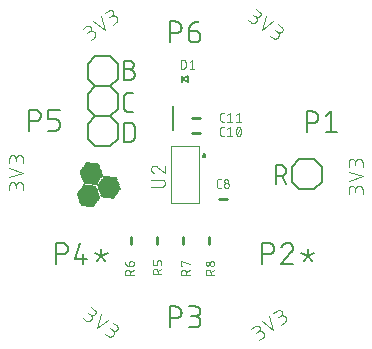
<source format=gbr>
G04 EAGLE Gerber RS-274X export*
G75*
%MOMM*%
%FSLAX34Y34*%
%LPD*%
%INSilkscreen Top*%
%IPPOS*%
%AMOC8*
5,1,8,0,0,1.08239X$1,22.5*%
G01*
%ADD10C,0.152400*%
%ADD11R,0.014731X0.014731*%
%ADD12R,0.147319X0.014731*%
%ADD13R,0.265175X0.014731*%
%ADD14R,0.383031X0.014731*%
%ADD15R,0.515619X0.014731*%
%ADD16R,0.633475X0.014731*%
%ADD17R,0.751331X0.014731*%
%ADD18R,0.883919X0.014731*%
%ADD19R,1.001775X0.014731*%
%ADD20R,1.119631X0.014731*%
%ADD21R,1.134363X0.014731*%
%ADD22R,1.149094X0.014731*%
%ADD23R,1.163825X0.014731*%
%ADD24R,1.178556X0.014731*%
%ADD25R,1.193288X0.014731*%
%ADD26R,1.222756X0.014731*%
%ADD27R,1.237488X0.014731*%
%ADD28R,1.266950X0.014731*%
%ADD29R,1.281681X0.014731*%
%ADD30R,1.311144X0.014731*%
%ADD31R,1.325881X0.014731*%
%ADD32R,1.355344X0.014731*%
%ADD33R,1.370075X0.014731*%
%ADD34R,1.384806X0.014731*%
%ADD35R,1.399538X0.014731*%
%ADD36R,1.414275X0.014731*%
%ADD37R,1.443738X0.014731*%
%ADD38R,1.458469X0.014731*%
%ADD39R,1.487931X0.014731*%
%ADD40R,1.502663X0.014731*%
%ADD41R,1.517394X0.014731*%
%ADD42R,1.532125X0.014731*%
%ADD43R,1.546856X0.014731*%
%ADD44R,1.576319X0.014731*%
%ADD45R,1.605788X0.014731*%
%ADD46R,1.620519X0.014731*%
%ADD47R,1.649981X0.014731*%
%ADD48R,1.664713X0.014731*%
%ADD49R,1.694175X0.014731*%
%ADD50R,1.708913X0.014731*%
%ADD51R,1.738375X0.014731*%
%ADD52R,1.753106X0.014731*%
%ADD53R,1.767838X0.014731*%
%ADD54R,1.782569X0.014731*%
%ADD55R,1.797306X0.014731*%
%ADD56R,0.117856X0.014731*%
%ADD57R,1.826769X0.014731*%
%ADD58R,0.235713X0.014731*%
%ADD59R,0.353569X0.014731*%
%ADD60R,1.856231X0.014731*%
%ADD61R,0.486156X0.014731*%
%ADD62R,1.870963X0.014731*%
%ADD63R,0.604013X0.014731*%
%ADD64R,0.721869X0.014731*%
%ADD65R,1.885694X0.014731*%
%ADD66R,0.839719X0.014731*%
%ADD67R,0.972306X0.014731*%
%ADD68R,1.090169X0.014731*%
%ADD69R,1.208025X0.014731*%
%ADD70R,1.252219X0.014731*%
%ADD71R,1.296412X0.014731*%
%ADD72R,1.340612X0.014731*%
%ADD73R,1.826763X0.014731*%
%ADD74R,1.414269X0.014731*%
%ADD75R,1.812031X0.014731*%
%ADD76R,1.429000X0.014731*%
%ADD77R,1.458462X0.014731*%
%ADD78R,1.473200X0.014731*%
%ADD79R,1.723644X0.014731*%
%ADD80R,1.694181X0.014731*%
%ADD81R,1.679450X0.014731*%
%ADD82R,1.561594X0.014731*%
%ADD83R,1.576325X0.014731*%
%ADD84R,1.591056X0.014731*%
%ADD85R,1.635250X0.014731*%
%ADD86R,1.561588X0.014731*%
%ADD87R,1.443731X0.014731*%
%ADD88R,1.797300X0.014731*%
%ADD89R,1.841500X0.014731*%
%ADD90R,1.311150X0.014731*%
%ADD91R,1.296419X0.014731*%
%ADD92R,1.193294X0.014731*%
%ADD93R,0.957575X0.014731*%
%ADD94R,0.589281X0.014731*%
%ADD95R,0.471425X0.014731*%
%ADD96R,0.220975X0.014731*%
%ADD97R,1.812038X0.014731*%
%ADD98R,0.103119X0.014731*%
%ADD99R,0.029463X0.014731*%
%ADD100R,0.162050X0.014731*%
%ADD101R,0.397763X0.014731*%
%ADD102R,0.648206X0.014731*%
%ADD103R,1.679444X0.014731*%
%ADD104R,1.016506X0.014731*%
%ADD105R,1.104900X0.014731*%
%ADD106R,1.222750X0.014731*%
%ADD107R,1.429006X0.014731*%
%ADD108R,1.208019X0.014731*%
%ADD109R,0.987044X0.014731*%
%ADD110R,0.854456X0.014731*%
%ADD111R,0.618744X0.014731*%
%ADD112R,0.500888X0.014731*%
%ADD113R,0.368300X0.014731*%
%ADD114R,0.132587X0.014731*%
%ADD115R,1.664719X0.014731*%
%ADD116R,1.075438X0.014731*%
%ADD117R,0.942844X0.014731*%
%ADD118R,0.707131X0.014731*%
%ADD119R,0.456694X0.014731*%
%ADD120R,0.088388X0.014731*%
%ADD121C,0.101600*%
%ADD122C,0.254000*%
%ADD123C,0.076200*%
%ADD124C,0.127000*%
%ADD125C,0.100000*%
%ADD126C,0.200000*%
%ADD127C,0.200000*%


D10*
X770700Y635268D02*
X775215Y635268D01*
X775215Y635269D02*
X775348Y635267D01*
X775480Y635261D01*
X775612Y635251D01*
X775744Y635238D01*
X775876Y635220D01*
X776006Y635199D01*
X776137Y635174D01*
X776266Y635145D01*
X776394Y635112D01*
X776522Y635076D01*
X776648Y635036D01*
X776773Y634992D01*
X776897Y634944D01*
X777019Y634893D01*
X777140Y634838D01*
X777259Y634780D01*
X777377Y634718D01*
X777492Y634653D01*
X777606Y634584D01*
X777717Y634513D01*
X777826Y634437D01*
X777933Y634359D01*
X778038Y634278D01*
X778140Y634193D01*
X778240Y634106D01*
X778337Y634016D01*
X778432Y633923D01*
X778523Y633827D01*
X778612Y633729D01*
X778698Y633628D01*
X778781Y633524D01*
X778861Y633418D01*
X778937Y633310D01*
X779011Y633200D01*
X779081Y633087D01*
X779148Y632973D01*
X779211Y632856D01*
X779271Y632738D01*
X779328Y632618D01*
X779381Y632496D01*
X779430Y632373D01*
X779476Y632249D01*
X779518Y632123D01*
X779556Y631996D01*
X779591Y631868D01*
X779622Y631739D01*
X779649Y631610D01*
X779672Y631479D01*
X779692Y631348D01*
X779707Y631216D01*
X779719Y631084D01*
X779727Y630952D01*
X779731Y630819D01*
X779731Y630687D01*
X779727Y630554D01*
X779719Y630422D01*
X779707Y630290D01*
X779692Y630158D01*
X779672Y630027D01*
X779649Y629896D01*
X779622Y629767D01*
X779591Y629638D01*
X779556Y629510D01*
X779518Y629383D01*
X779476Y629257D01*
X779430Y629133D01*
X779381Y629010D01*
X779328Y628888D01*
X779271Y628768D01*
X779211Y628650D01*
X779148Y628533D01*
X779081Y628419D01*
X779011Y628306D01*
X778937Y628196D01*
X778861Y628088D01*
X778781Y627982D01*
X778698Y627878D01*
X778612Y627777D01*
X778523Y627679D01*
X778432Y627583D01*
X778337Y627490D01*
X778240Y627400D01*
X778140Y627313D01*
X778038Y627228D01*
X777933Y627147D01*
X777826Y627069D01*
X777717Y626993D01*
X777606Y626922D01*
X777492Y626853D01*
X777377Y626788D01*
X777259Y626726D01*
X777140Y626668D01*
X777019Y626613D01*
X776897Y626562D01*
X776773Y626514D01*
X776648Y626470D01*
X776522Y626430D01*
X776394Y626394D01*
X776266Y626361D01*
X776137Y626332D01*
X776006Y626307D01*
X775876Y626286D01*
X775744Y626268D01*
X775612Y626255D01*
X775480Y626245D01*
X775348Y626239D01*
X775215Y626237D01*
X770700Y626237D01*
X770700Y642493D01*
X775215Y642493D01*
X775334Y642491D01*
X775454Y642485D01*
X775573Y642475D01*
X775691Y642461D01*
X775810Y642444D01*
X775927Y642422D01*
X776044Y642397D01*
X776159Y642367D01*
X776274Y642334D01*
X776388Y642297D01*
X776500Y642257D01*
X776611Y642212D01*
X776720Y642164D01*
X776828Y642113D01*
X776934Y642058D01*
X777038Y641999D01*
X777140Y641937D01*
X777240Y641872D01*
X777338Y641803D01*
X777434Y641731D01*
X777527Y641656D01*
X777617Y641579D01*
X777705Y641498D01*
X777790Y641414D01*
X777872Y641327D01*
X777952Y641238D01*
X778028Y641146D01*
X778102Y641052D01*
X778172Y640955D01*
X778239Y640857D01*
X778303Y640756D01*
X778363Y640652D01*
X778420Y640547D01*
X778473Y640440D01*
X778523Y640332D01*
X778569Y640222D01*
X778611Y640110D01*
X778650Y639997D01*
X778685Y639883D01*
X778716Y639768D01*
X778744Y639651D01*
X778767Y639534D01*
X778787Y639417D01*
X778803Y639298D01*
X778815Y639179D01*
X778823Y639060D01*
X778827Y638941D01*
X778827Y638821D01*
X778823Y638702D01*
X778815Y638583D01*
X778803Y638464D01*
X778787Y638345D01*
X778767Y638228D01*
X778744Y638111D01*
X778716Y637994D01*
X778685Y637879D01*
X778650Y637765D01*
X778611Y637652D01*
X778569Y637540D01*
X778523Y637430D01*
X778473Y637322D01*
X778420Y637215D01*
X778363Y637110D01*
X778303Y637006D01*
X778239Y636905D01*
X778172Y636807D01*
X778102Y636710D01*
X778028Y636616D01*
X777952Y636524D01*
X777872Y636435D01*
X777790Y636348D01*
X777705Y636264D01*
X777617Y636183D01*
X777527Y636106D01*
X777434Y636031D01*
X777338Y635959D01*
X777240Y635890D01*
X777140Y635825D01*
X777038Y635763D01*
X776934Y635704D01*
X776828Y635649D01*
X776720Y635598D01*
X776611Y635550D01*
X776500Y635505D01*
X776388Y635465D01*
X776274Y635428D01*
X776159Y635395D01*
X776044Y635365D01*
X775927Y635340D01*
X775810Y635318D01*
X775691Y635301D01*
X775573Y635287D01*
X775454Y635277D01*
X775334Y635271D01*
X775215Y635269D01*
X774312Y599250D02*
X777924Y599250D01*
X774312Y599250D02*
X774194Y599252D01*
X774076Y599258D01*
X773958Y599267D01*
X773841Y599281D01*
X773724Y599298D01*
X773607Y599319D01*
X773492Y599344D01*
X773377Y599373D01*
X773263Y599406D01*
X773151Y599442D01*
X773040Y599482D01*
X772930Y599525D01*
X772821Y599572D01*
X772714Y599622D01*
X772609Y599677D01*
X772506Y599734D01*
X772405Y599795D01*
X772305Y599859D01*
X772208Y599926D01*
X772113Y599996D01*
X772021Y600070D01*
X771930Y600146D01*
X771843Y600226D01*
X771758Y600308D01*
X771676Y600393D01*
X771596Y600480D01*
X771520Y600571D01*
X771446Y600663D01*
X771376Y600758D01*
X771309Y600855D01*
X771245Y600955D01*
X771184Y601056D01*
X771127Y601159D01*
X771072Y601264D01*
X771022Y601371D01*
X770975Y601480D01*
X770932Y601590D01*
X770892Y601701D01*
X770856Y601813D01*
X770823Y601927D01*
X770794Y602042D01*
X770769Y602157D01*
X770748Y602274D01*
X770731Y602391D01*
X770717Y602508D01*
X770708Y602626D01*
X770702Y602744D01*
X770700Y602862D01*
X770700Y611893D01*
X770702Y612011D01*
X770708Y612129D01*
X770717Y612247D01*
X770731Y612364D01*
X770748Y612481D01*
X770769Y612598D01*
X770794Y612713D01*
X770823Y612828D01*
X770856Y612942D01*
X770892Y613054D01*
X770932Y613165D01*
X770975Y613275D01*
X771022Y613384D01*
X771072Y613491D01*
X771126Y613596D01*
X771184Y613699D01*
X771245Y613800D01*
X771309Y613900D01*
X771376Y613997D01*
X771446Y614092D01*
X771520Y614184D01*
X771596Y614275D01*
X771676Y614362D01*
X771758Y614447D01*
X771843Y614529D01*
X771930Y614609D01*
X772021Y614685D01*
X772113Y614759D01*
X772208Y614829D01*
X772305Y614896D01*
X772405Y614960D01*
X772506Y615021D01*
X772609Y615078D01*
X772714Y615132D01*
X772821Y615183D01*
X772930Y615230D01*
X773040Y615273D01*
X773151Y615313D01*
X773263Y615349D01*
X773377Y615382D01*
X773492Y615411D01*
X773607Y615436D01*
X773724Y615457D01*
X773841Y615474D01*
X773958Y615488D01*
X774076Y615497D01*
X774194Y615503D01*
X774312Y615505D01*
X774312Y615506D02*
X777924Y615506D01*
X770700Y590106D02*
X770700Y573850D01*
X770700Y590106D02*
X775215Y590106D01*
X775346Y590104D01*
X775478Y590098D01*
X775609Y590089D01*
X775739Y590075D01*
X775870Y590058D01*
X775999Y590037D01*
X776128Y590013D01*
X776256Y589984D01*
X776384Y589952D01*
X776510Y589916D01*
X776635Y589877D01*
X776760Y589834D01*
X776882Y589787D01*
X777004Y589737D01*
X777124Y589683D01*
X777242Y589626D01*
X777358Y589565D01*
X777473Y589501D01*
X777586Y589434D01*
X777697Y589363D01*
X777805Y589289D01*
X777912Y589212D01*
X778016Y589132D01*
X778118Y589049D01*
X778217Y588964D01*
X778314Y588875D01*
X778408Y588783D01*
X778500Y588689D01*
X778589Y588592D01*
X778674Y588493D01*
X778757Y588391D01*
X778837Y588287D01*
X778914Y588180D01*
X778988Y588072D01*
X779059Y587961D01*
X779126Y587848D01*
X779190Y587733D01*
X779251Y587617D01*
X779308Y587499D01*
X779362Y587379D01*
X779412Y587257D01*
X779459Y587135D01*
X779502Y587010D01*
X779541Y586885D01*
X779577Y586759D01*
X779609Y586631D01*
X779638Y586503D01*
X779662Y586374D01*
X779683Y586245D01*
X779700Y586114D01*
X779714Y585984D01*
X779723Y585853D01*
X779729Y585721D01*
X779731Y585590D01*
X779731Y578365D01*
X779729Y578234D01*
X779723Y578102D01*
X779714Y577971D01*
X779700Y577841D01*
X779683Y577710D01*
X779662Y577581D01*
X779638Y577452D01*
X779609Y577324D01*
X779577Y577196D01*
X779541Y577070D01*
X779502Y576945D01*
X779459Y576820D01*
X779412Y576698D01*
X779362Y576576D01*
X779308Y576456D01*
X779251Y576338D01*
X779190Y576222D01*
X779126Y576107D01*
X779059Y575994D01*
X778988Y575883D01*
X778914Y575775D01*
X778837Y575668D01*
X778757Y575564D01*
X778674Y575462D01*
X778589Y575363D01*
X778500Y575266D01*
X778408Y575172D01*
X778314Y575080D01*
X778217Y574991D01*
X778118Y574906D01*
X778016Y574823D01*
X777912Y574743D01*
X777805Y574666D01*
X777697Y574592D01*
X777586Y574521D01*
X777473Y574454D01*
X777358Y574390D01*
X777242Y574329D01*
X777124Y574272D01*
X777004Y574218D01*
X776882Y574168D01*
X776760Y574121D01*
X776635Y574078D01*
X776510Y574039D01*
X776384Y574003D01*
X776256Y573971D01*
X776128Y573942D01*
X775999Y573918D01*
X775869Y573897D01*
X775739Y573880D01*
X775609Y573866D01*
X775478Y573857D01*
X775346Y573851D01*
X775215Y573849D01*
X775215Y573850D02*
X770700Y573850D01*
D11*
X744314Y518211D03*
D12*
X743798Y518358D03*
D13*
X743209Y518505D03*
D14*
X742767Y518653D03*
D15*
X742252Y518800D03*
D16*
X741810Y518947D03*
D17*
X741220Y519095D03*
D18*
X740705Y519242D03*
D19*
X740263Y519389D03*
D20*
X739821Y519537D03*
D21*
X739747Y519684D03*
D22*
X739821Y519831D03*
D23*
X739894Y519979D03*
D24*
X739821Y520126D03*
D25*
X739894Y520273D03*
D26*
X739894Y520421D03*
D27*
X739968Y520568D03*
X739968Y520715D03*
D28*
X739968Y520863D03*
D29*
X740042Y521010D03*
D30*
X740042Y521157D03*
X740042Y521305D03*
D31*
X740115Y521452D03*
D32*
X740115Y521599D03*
D33*
X740189Y521746D03*
D34*
X740115Y521894D03*
D35*
X740189Y522041D03*
D36*
X740263Y522188D03*
D37*
X740263Y522336D03*
X740263Y522483D03*
D38*
X740336Y522630D03*
D39*
X740336Y522778D03*
D40*
X740410Y522925D03*
D41*
X740336Y523072D03*
D42*
X740410Y523220D03*
D43*
X740484Y523367D03*
D44*
X740484Y523514D03*
X740484Y523662D03*
D45*
X740484Y523809D03*
D46*
X740557Y523956D03*
X740557Y524104D03*
D47*
X740557Y524251D03*
D48*
X740631Y524398D03*
D49*
X740631Y524546D03*
X740631Y524693D03*
D50*
X740705Y524840D03*
D51*
X740705Y524988D03*
D52*
X740778Y525135D03*
D53*
X740705Y525282D03*
D54*
X740778Y525429D03*
D55*
X740852Y525577D03*
D56*
X761329Y525577D03*
D57*
X740852Y525724D03*
D58*
X760740Y525724D03*
D57*
X740852Y525871D03*
D59*
X760298Y525871D03*
D60*
X740852Y526019D03*
D61*
X759783Y526019D03*
D62*
X740926Y526166D03*
D63*
X759341Y526166D03*
D62*
X740926Y526313D03*
D64*
X758751Y526313D03*
D65*
X740852Y526461D03*
D66*
X758309Y526461D03*
D65*
X740852Y526608D03*
D67*
X757794Y526608D03*
D62*
X740778Y526755D03*
D68*
X757352Y526755D03*
D65*
X740705Y526903D03*
D20*
X757204Y526903D03*
D65*
X740705Y527050D03*
D22*
X757204Y527050D03*
D65*
X740557Y527197D03*
D23*
X757278Y527197D03*
D65*
X740557Y527345D03*
D24*
X757352Y527345D03*
D62*
X740484Y527492D03*
D25*
X757278Y527492D03*
D65*
X740410Y527639D03*
D69*
X757352Y527639D03*
D65*
X740410Y527787D03*
D27*
X757352Y527787D03*
D65*
X740263Y527934D03*
D70*
X757425Y527934D03*
D65*
X740263Y528081D03*
D70*
X757425Y528081D03*
D62*
X740189Y528229D03*
D29*
X757425Y528229D03*
D65*
X740115Y528376D03*
D71*
X757499Y528376D03*
D65*
X740115Y528523D03*
D31*
X757499Y528523D03*
D65*
X739968Y528671D03*
D31*
X757499Y528671D03*
D65*
X739968Y528818D03*
D72*
X757573Y528818D03*
D62*
X739894Y528965D03*
D33*
X757573Y528965D03*
D60*
X739968Y529112D03*
D34*
X757646Y529112D03*
D60*
X739968Y529260D03*
D35*
X757573Y529260D03*
D73*
X739968Y529407D03*
D74*
X757646Y529407D03*
D75*
X740042Y529554D03*
D76*
X757720Y529554D03*
D54*
X740042Y529702D03*
D77*
X757720Y529702D03*
D54*
X740042Y529849D03*
D77*
X757720Y529849D03*
D53*
X740115Y529996D03*
D78*
X757794Y529996D03*
D51*
X740115Y530144D03*
D40*
X757794Y530144D03*
D79*
X740189Y530291D03*
D40*
X757794Y530291D03*
D50*
X740115Y530438D03*
D42*
X757794Y530438D03*
D80*
X740189Y530586D03*
D43*
X757867Y530586D03*
D81*
X740263Y530733D03*
D82*
X757941Y530733D03*
D47*
X740263Y530880D03*
D83*
X757867Y530880D03*
D47*
X740263Y531028D03*
D84*
X757941Y531028D03*
D85*
X740336Y531175D03*
D46*
X757941Y531175D03*
D45*
X740336Y531322D03*
D85*
X758015Y531322D03*
D45*
X740336Y531470D03*
D85*
X758015Y531470D03*
D83*
X740336Y531617D03*
D48*
X758015Y531617D03*
D86*
X740410Y531764D03*
D81*
X758088Y531764D03*
D43*
X740484Y531912D03*
D50*
X758088Y531912D03*
D42*
X740410Y532059D03*
D50*
X758088Y532059D03*
D41*
X740484Y532206D03*
D79*
X758162Y532206D03*
D39*
X740484Y532354D03*
D52*
X758162Y532354D03*
D78*
X740557Y532501D03*
D53*
X758236Y532501D03*
D78*
X740557Y532648D03*
D54*
X758162Y532648D03*
D87*
X740557Y532795D03*
D88*
X758236Y532795D03*
D76*
X740631Y532943D03*
D75*
X758309Y532943D03*
D35*
X740631Y533090D03*
D89*
X758309Y533090D03*
D35*
X740631Y533237D03*
D89*
X758309Y533237D03*
D34*
X740705Y533385D03*
D62*
X758309Y533385D03*
D32*
X740705Y533532D03*
D65*
X758383Y533532D03*
D72*
X740778Y533679D03*
D62*
X758309Y533679D03*
D31*
X740705Y533827D03*
D65*
X758236Y533827D03*
D90*
X740778Y533974D03*
D65*
X758236Y533974D03*
D91*
X740852Y534121D03*
D62*
X758162Y534121D03*
D28*
X740852Y534269D03*
D65*
X758088Y534269D03*
D28*
X740852Y534416D03*
D65*
X758088Y534416D03*
D70*
X740926Y534563D03*
D65*
X757941Y534563D03*
D26*
X740926Y534711D03*
D65*
X757941Y534711D03*
D69*
X740999Y534858D03*
D62*
X757867Y534858D03*
D92*
X740926Y535005D03*
D65*
X757794Y535005D03*
D24*
X740999Y535153D03*
D65*
X757794Y535153D03*
D23*
X741073Y535300D03*
D65*
X757646Y535300D03*
D22*
X740999Y535447D03*
D65*
X757646Y535447D03*
D21*
X741073Y535595D03*
D62*
X757573Y535595D03*
D68*
X740999Y535742D03*
D65*
X757499Y535742D03*
D93*
X740484Y535889D03*
D65*
X757499Y535889D03*
D66*
X739894Y536037D03*
D65*
X757352Y536037D03*
D64*
X739452Y536184D03*
D65*
X757352Y536184D03*
D94*
X738937Y536331D03*
D60*
X757352Y536331D03*
D95*
X738495Y536478D03*
D89*
X757425Y536478D03*
D59*
X737906Y536626D03*
D89*
X757425Y536626D03*
D96*
X737390Y536773D03*
D97*
X757425Y536773D03*
D98*
X736948Y536920D03*
D55*
X757499Y536920D03*
D99*
X746745Y537068D03*
D54*
X757425Y537068D03*
D100*
X746229Y537215D03*
D53*
X757499Y537215D03*
D13*
X745714Y537362D03*
D52*
X757573Y537362D03*
D101*
X745198Y537510D03*
D79*
X757573Y537510D03*
D15*
X744756Y537657D03*
D79*
X757573Y537657D03*
D102*
X744240Y537804D03*
D80*
X757573Y537804D03*
D17*
X743725Y537952D03*
D103*
X757646Y537952D03*
D18*
X743209Y538099D03*
D48*
X757720Y538099D03*
D104*
X742693Y538246D03*
D47*
X757646Y538246D03*
D105*
X742252Y538394D03*
D85*
X757720Y538394D03*
D21*
X742252Y538541D03*
D46*
X757794Y538541D03*
D22*
X742325Y538688D03*
D84*
X757794Y538688D03*
D23*
X742399Y538836D03*
D84*
X757794Y538836D03*
D24*
X742325Y538983D03*
D86*
X757794Y538983D03*
D25*
X742399Y539130D03*
D43*
X757867Y539130D03*
D106*
X742399Y539278D03*
D42*
X757941Y539278D03*
D27*
X742473Y539425D03*
D41*
X757867Y539425D03*
D27*
X742473Y539572D03*
D40*
X757941Y539572D03*
D28*
X742472Y539720D03*
D78*
X757941Y539720D03*
D29*
X742546Y539867D03*
D38*
X758015Y539867D03*
D30*
X742546Y540014D03*
D38*
X758015Y540014D03*
D30*
X742546Y540161D03*
D107*
X758015Y540161D03*
D31*
X742620Y540309D03*
D74*
X758088Y540309D03*
D32*
X742620Y540456D03*
D34*
X758088Y540456D03*
D33*
X742693Y540603D03*
D34*
X758088Y540603D03*
X742620Y540751D03*
D33*
X758162Y540751D03*
D35*
X742693Y540898D03*
D72*
X758162Y540898D03*
D74*
X742767Y541045D03*
D72*
X758162Y541045D03*
D37*
X742767Y541193D03*
D90*
X758162Y541193D03*
D37*
X742767Y541340D03*
D71*
X758236Y541340D03*
D78*
X742767Y541487D03*
D29*
X758309Y541487D03*
D39*
X742841Y541635D03*
D28*
X758236Y541635D03*
D40*
X742914Y541782D03*
D70*
X758309Y541782D03*
D41*
X742841Y541929D03*
D26*
X758309Y541929D03*
D42*
X742914Y542077D03*
D108*
X758383Y542077D03*
D86*
X742914Y542224D03*
D108*
X758383Y542224D03*
D44*
X742988Y542371D03*
D24*
X758383Y542371D03*
D44*
X742988Y542519D03*
D23*
X758457Y542519D03*
D45*
X742988Y542666D03*
D22*
X758530Y542666D03*
D46*
X743062Y542813D03*
D21*
X758457Y542813D03*
D46*
X743062Y542961D03*
D105*
X758457Y542961D03*
D47*
X743062Y543108D03*
D109*
X758015Y543108D03*
D48*
X743135Y543255D03*
D110*
X757499Y543255D03*
D49*
X743135Y543403D03*
D17*
X756984Y543403D03*
D49*
X743135Y543550D03*
D111*
X756468Y543550D03*
D50*
X743209Y543697D03*
D112*
X756026Y543697D03*
D51*
X743209Y543844D03*
D113*
X755510Y543844D03*
D52*
X743283Y543992D03*
D13*
X754995Y543992D03*
D53*
X743209Y544139D03*
D114*
X754479Y544139D03*
D54*
X743283Y544286D03*
D11*
X754037Y544286D03*
D55*
X743356Y544434D03*
D57*
X743356Y544581D03*
X743356Y544728D03*
D60*
X743356Y544876D03*
D62*
X743430Y545023D03*
X743430Y545170D03*
D65*
X743356Y545318D03*
X743356Y545465D03*
X743209Y545612D03*
X743209Y545760D03*
D62*
X743135Y545907D03*
D65*
X743062Y546054D03*
X743062Y546202D03*
X742914Y546349D03*
X742914Y546496D03*
D62*
X742841Y546644D03*
D65*
X742767Y546791D03*
X742767Y546938D03*
D62*
X742693Y547086D03*
D65*
X742620Y547233D03*
X742620Y547380D03*
X742472Y547527D03*
X742472Y547675D03*
D62*
X742399Y547822D03*
D60*
X742472Y547969D03*
X742472Y548117D03*
D73*
X742472Y548264D03*
D75*
X742546Y548411D03*
D54*
X742546Y548559D03*
X742546Y548706D03*
D53*
X742620Y548853D03*
D51*
X742620Y549001D03*
D79*
X742693Y549148D03*
D50*
X742620Y549295D03*
D80*
X742693Y549443D03*
D81*
X742767Y549590D03*
D115*
X742693Y549737D03*
D47*
X742767Y549885D03*
D46*
X742767Y550032D03*
D45*
X742841Y550179D03*
X742841Y550327D03*
D83*
X742841Y550474D03*
D86*
X742914Y550621D03*
D42*
X742914Y550769D03*
X742914Y550916D03*
D41*
X742988Y551063D03*
D39*
X742988Y551210D03*
D78*
X743062Y551358D03*
X743062Y551505D03*
D87*
X743062Y551652D03*
D76*
X743135Y551800D03*
D35*
X743135Y551947D03*
X743135Y552094D03*
D34*
X743209Y552242D03*
D32*
X743209Y552389D03*
D72*
X743283Y552536D03*
D31*
X743209Y552684D03*
D90*
X743283Y552831D03*
D91*
X743356Y552978D03*
D28*
X743356Y553126D03*
X743356Y553273D03*
D27*
X743356Y553420D03*
D26*
X743430Y553568D03*
D69*
X743504Y553715D03*
D92*
X743430Y553862D03*
D24*
X743504Y554010D03*
D22*
X743504Y554157D03*
X743504Y554304D03*
D21*
X743577Y554452D03*
D116*
X743430Y554599D03*
D117*
X742914Y554746D03*
D66*
X742399Y554893D03*
D118*
X741883Y555041D03*
D94*
X741441Y555188D03*
D119*
X740926Y555335D03*
D59*
X740410Y555483D03*
D96*
X739894Y555630D03*
D120*
X739379Y555777D03*
D121*
X685292Y536258D02*
X685292Y533012D01*
X685292Y536258D02*
X685290Y536371D01*
X685284Y536484D01*
X685274Y536597D01*
X685260Y536710D01*
X685243Y536822D01*
X685221Y536933D01*
X685196Y537043D01*
X685166Y537153D01*
X685133Y537261D01*
X685096Y537368D01*
X685056Y537474D01*
X685011Y537578D01*
X684963Y537681D01*
X684912Y537782D01*
X684857Y537881D01*
X684799Y537978D01*
X684737Y538073D01*
X684672Y538166D01*
X684604Y538256D01*
X684533Y538344D01*
X684458Y538430D01*
X684381Y538513D01*
X684301Y538593D01*
X684218Y538670D01*
X684132Y538745D01*
X684044Y538816D01*
X683954Y538884D01*
X683861Y538949D01*
X683766Y539011D01*
X683669Y539069D01*
X683570Y539124D01*
X683469Y539175D01*
X683366Y539223D01*
X683262Y539268D01*
X683156Y539308D01*
X683049Y539345D01*
X682941Y539378D01*
X682831Y539408D01*
X682721Y539433D01*
X682610Y539455D01*
X682498Y539472D01*
X682385Y539486D01*
X682272Y539496D01*
X682159Y539502D01*
X682046Y539504D01*
X681933Y539502D01*
X681820Y539496D01*
X681707Y539486D01*
X681594Y539472D01*
X681482Y539455D01*
X681371Y539433D01*
X681261Y539408D01*
X681151Y539378D01*
X681043Y539345D01*
X680936Y539308D01*
X680830Y539268D01*
X680726Y539223D01*
X680623Y539175D01*
X680522Y539124D01*
X680423Y539069D01*
X680326Y539011D01*
X680231Y538949D01*
X680138Y538884D01*
X680048Y538816D01*
X679960Y538745D01*
X679874Y538670D01*
X679791Y538593D01*
X679711Y538513D01*
X679634Y538430D01*
X679559Y538344D01*
X679488Y538256D01*
X679420Y538166D01*
X679355Y538073D01*
X679293Y537978D01*
X679235Y537881D01*
X679180Y537782D01*
X679129Y537681D01*
X679081Y537578D01*
X679036Y537474D01*
X678996Y537368D01*
X678959Y537261D01*
X678926Y537153D01*
X678896Y537043D01*
X678871Y536933D01*
X678849Y536822D01*
X678832Y536710D01*
X678818Y536597D01*
X678808Y536484D01*
X678802Y536371D01*
X678800Y536258D01*
X673608Y536907D02*
X673608Y533012D01*
X673608Y536907D02*
X673610Y537008D01*
X673616Y537108D01*
X673626Y537208D01*
X673639Y537308D01*
X673657Y537407D01*
X673678Y537506D01*
X673703Y537603D01*
X673732Y537700D01*
X673765Y537795D01*
X673801Y537889D01*
X673841Y537981D01*
X673884Y538072D01*
X673931Y538161D01*
X673981Y538248D01*
X674035Y538334D01*
X674092Y538417D01*
X674152Y538497D01*
X674215Y538576D01*
X674282Y538652D01*
X674351Y538725D01*
X674423Y538795D01*
X674497Y538863D01*
X674574Y538928D01*
X674654Y538989D01*
X674736Y539048D01*
X674820Y539103D01*
X674906Y539155D01*
X674994Y539204D01*
X675084Y539249D01*
X675176Y539291D01*
X675269Y539329D01*
X675364Y539363D01*
X675459Y539394D01*
X675556Y539421D01*
X675654Y539444D01*
X675753Y539464D01*
X675853Y539479D01*
X675953Y539491D01*
X676053Y539499D01*
X676154Y539503D01*
X676254Y539503D01*
X676355Y539499D01*
X676455Y539491D01*
X676555Y539479D01*
X676655Y539464D01*
X676754Y539444D01*
X676852Y539421D01*
X676949Y539394D01*
X677044Y539363D01*
X677139Y539329D01*
X677232Y539291D01*
X677324Y539249D01*
X677414Y539204D01*
X677502Y539155D01*
X677588Y539103D01*
X677672Y539048D01*
X677754Y538989D01*
X677834Y538928D01*
X677911Y538863D01*
X677985Y538795D01*
X678057Y538725D01*
X678126Y538652D01*
X678193Y538576D01*
X678256Y538497D01*
X678316Y538417D01*
X678373Y538334D01*
X678427Y538248D01*
X678477Y538161D01*
X678524Y538072D01*
X678567Y537981D01*
X678607Y537889D01*
X678643Y537795D01*
X678676Y537700D01*
X678705Y537603D01*
X678730Y537506D01*
X678751Y537407D01*
X678769Y537308D01*
X678782Y537208D01*
X678792Y537108D01*
X678798Y537008D01*
X678800Y536907D01*
X678801Y536907D02*
X678801Y534310D01*
X673608Y543793D02*
X685292Y547688D01*
X673608Y551582D01*
X685292Y555872D02*
X685292Y559117D01*
X685290Y559230D01*
X685284Y559343D01*
X685274Y559456D01*
X685260Y559569D01*
X685243Y559681D01*
X685221Y559792D01*
X685196Y559902D01*
X685166Y560012D01*
X685133Y560120D01*
X685096Y560227D01*
X685056Y560333D01*
X685011Y560437D01*
X684963Y560540D01*
X684912Y560641D01*
X684857Y560740D01*
X684799Y560837D01*
X684737Y560932D01*
X684672Y561025D01*
X684604Y561115D01*
X684533Y561203D01*
X684458Y561289D01*
X684381Y561372D01*
X684301Y561452D01*
X684218Y561529D01*
X684132Y561604D01*
X684044Y561675D01*
X683954Y561743D01*
X683861Y561808D01*
X683766Y561870D01*
X683669Y561928D01*
X683570Y561983D01*
X683469Y562034D01*
X683366Y562082D01*
X683262Y562127D01*
X683156Y562167D01*
X683049Y562204D01*
X682941Y562237D01*
X682831Y562267D01*
X682721Y562292D01*
X682610Y562314D01*
X682498Y562331D01*
X682385Y562345D01*
X682272Y562355D01*
X682159Y562361D01*
X682046Y562363D01*
X681933Y562361D01*
X681820Y562355D01*
X681707Y562345D01*
X681594Y562331D01*
X681482Y562314D01*
X681371Y562292D01*
X681261Y562267D01*
X681151Y562237D01*
X681043Y562204D01*
X680936Y562167D01*
X680830Y562127D01*
X680726Y562082D01*
X680623Y562034D01*
X680522Y561983D01*
X680423Y561928D01*
X680326Y561870D01*
X680231Y561808D01*
X680138Y561743D01*
X680048Y561675D01*
X679960Y561604D01*
X679874Y561529D01*
X679791Y561452D01*
X679711Y561372D01*
X679634Y561289D01*
X679559Y561203D01*
X679488Y561115D01*
X679420Y561025D01*
X679355Y560932D01*
X679293Y560837D01*
X679235Y560740D01*
X679180Y560641D01*
X679129Y560540D01*
X679081Y560437D01*
X679036Y560333D01*
X678996Y560227D01*
X678959Y560120D01*
X678926Y560012D01*
X678896Y559902D01*
X678871Y559792D01*
X678849Y559681D01*
X678832Y559569D01*
X678818Y559456D01*
X678808Y559343D01*
X678802Y559230D01*
X678800Y559117D01*
X673608Y559767D02*
X673608Y555872D01*
X673608Y559767D02*
X673610Y559868D01*
X673616Y559968D01*
X673626Y560068D01*
X673639Y560168D01*
X673657Y560267D01*
X673678Y560366D01*
X673703Y560463D01*
X673732Y560560D01*
X673765Y560655D01*
X673801Y560749D01*
X673841Y560841D01*
X673884Y560932D01*
X673931Y561021D01*
X673981Y561108D01*
X674035Y561194D01*
X674092Y561277D01*
X674152Y561357D01*
X674215Y561436D01*
X674282Y561512D01*
X674351Y561585D01*
X674423Y561655D01*
X674497Y561723D01*
X674574Y561788D01*
X674654Y561849D01*
X674736Y561908D01*
X674820Y561963D01*
X674906Y562015D01*
X674994Y562064D01*
X675084Y562109D01*
X675176Y562151D01*
X675269Y562189D01*
X675364Y562223D01*
X675459Y562254D01*
X675556Y562281D01*
X675654Y562304D01*
X675753Y562324D01*
X675853Y562339D01*
X675953Y562351D01*
X676053Y562359D01*
X676154Y562363D01*
X676254Y562363D01*
X676355Y562359D01*
X676455Y562351D01*
X676555Y562339D01*
X676655Y562324D01*
X676754Y562304D01*
X676852Y562281D01*
X676949Y562254D01*
X677044Y562223D01*
X677139Y562189D01*
X677232Y562151D01*
X677324Y562109D01*
X677414Y562064D01*
X677502Y562015D01*
X677588Y561963D01*
X677672Y561908D01*
X677754Y561849D01*
X677834Y561788D01*
X677911Y561723D01*
X677985Y561655D01*
X678057Y561585D01*
X678126Y561512D01*
X678193Y561436D01*
X678256Y561357D01*
X678316Y561277D01*
X678373Y561194D01*
X678427Y561108D01*
X678477Y561021D01*
X678524Y560932D01*
X678567Y560841D01*
X678607Y560749D01*
X678643Y560655D01*
X678676Y560560D01*
X678705Y560463D01*
X678730Y560366D01*
X678751Y560267D01*
X678769Y560168D01*
X678782Y560068D01*
X678792Y559968D01*
X678798Y559868D01*
X678800Y559767D01*
X678801Y559767D02*
X678801Y557170D01*
X972630Y533083D02*
X972630Y529837D01*
X972630Y533083D02*
X972628Y533196D01*
X972622Y533309D01*
X972612Y533422D01*
X972598Y533535D01*
X972581Y533647D01*
X972559Y533758D01*
X972534Y533868D01*
X972504Y533978D01*
X972471Y534086D01*
X972434Y534193D01*
X972394Y534299D01*
X972349Y534403D01*
X972301Y534506D01*
X972250Y534607D01*
X972195Y534706D01*
X972137Y534803D01*
X972075Y534898D01*
X972010Y534991D01*
X971942Y535081D01*
X971871Y535169D01*
X971796Y535255D01*
X971719Y535338D01*
X971639Y535418D01*
X971556Y535495D01*
X971470Y535570D01*
X971382Y535641D01*
X971292Y535709D01*
X971199Y535774D01*
X971104Y535836D01*
X971007Y535894D01*
X970908Y535949D01*
X970807Y536000D01*
X970704Y536048D01*
X970600Y536093D01*
X970494Y536133D01*
X970387Y536170D01*
X970279Y536203D01*
X970169Y536233D01*
X970059Y536258D01*
X969948Y536280D01*
X969836Y536297D01*
X969723Y536311D01*
X969610Y536321D01*
X969497Y536327D01*
X969384Y536329D01*
X969271Y536327D01*
X969158Y536321D01*
X969045Y536311D01*
X968932Y536297D01*
X968820Y536280D01*
X968709Y536258D01*
X968599Y536233D01*
X968489Y536203D01*
X968381Y536170D01*
X968274Y536133D01*
X968168Y536093D01*
X968064Y536048D01*
X967961Y536000D01*
X967860Y535949D01*
X967761Y535894D01*
X967664Y535836D01*
X967569Y535774D01*
X967476Y535709D01*
X967386Y535641D01*
X967298Y535570D01*
X967212Y535495D01*
X967129Y535418D01*
X967049Y535338D01*
X966972Y535255D01*
X966897Y535169D01*
X966826Y535081D01*
X966758Y534991D01*
X966693Y534898D01*
X966631Y534803D01*
X966573Y534706D01*
X966518Y534607D01*
X966467Y534506D01*
X966419Y534403D01*
X966374Y534299D01*
X966334Y534193D01*
X966297Y534086D01*
X966264Y533978D01*
X966234Y533868D01*
X966209Y533758D01*
X966187Y533647D01*
X966170Y533535D01*
X966156Y533422D01*
X966146Y533309D01*
X966140Y533196D01*
X966138Y533083D01*
X960946Y533732D02*
X960946Y529837D01*
X960946Y533732D02*
X960948Y533833D01*
X960954Y533933D01*
X960964Y534033D01*
X960977Y534133D01*
X960995Y534232D01*
X961016Y534331D01*
X961041Y534428D01*
X961070Y534525D01*
X961103Y534620D01*
X961139Y534714D01*
X961179Y534806D01*
X961222Y534897D01*
X961269Y534986D01*
X961319Y535073D01*
X961373Y535159D01*
X961430Y535242D01*
X961490Y535322D01*
X961553Y535401D01*
X961620Y535477D01*
X961689Y535550D01*
X961761Y535620D01*
X961835Y535688D01*
X961912Y535753D01*
X961992Y535814D01*
X962074Y535873D01*
X962158Y535928D01*
X962244Y535980D01*
X962332Y536029D01*
X962422Y536074D01*
X962514Y536116D01*
X962607Y536154D01*
X962702Y536188D01*
X962797Y536219D01*
X962894Y536246D01*
X962992Y536269D01*
X963091Y536289D01*
X963191Y536304D01*
X963291Y536316D01*
X963391Y536324D01*
X963492Y536328D01*
X963592Y536328D01*
X963693Y536324D01*
X963793Y536316D01*
X963893Y536304D01*
X963993Y536289D01*
X964092Y536269D01*
X964190Y536246D01*
X964287Y536219D01*
X964382Y536188D01*
X964477Y536154D01*
X964570Y536116D01*
X964662Y536074D01*
X964752Y536029D01*
X964840Y535980D01*
X964926Y535928D01*
X965010Y535873D01*
X965092Y535814D01*
X965172Y535753D01*
X965249Y535688D01*
X965323Y535620D01*
X965395Y535550D01*
X965464Y535477D01*
X965531Y535401D01*
X965594Y535322D01*
X965654Y535242D01*
X965711Y535159D01*
X965765Y535073D01*
X965815Y534986D01*
X965862Y534897D01*
X965905Y534806D01*
X965945Y534714D01*
X965981Y534620D01*
X966014Y534525D01*
X966043Y534428D01*
X966068Y534331D01*
X966089Y534232D01*
X966107Y534133D01*
X966120Y534033D01*
X966130Y533933D01*
X966136Y533833D01*
X966138Y533732D01*
X966138Y531135D01*
X960946Y540618D02*
X972630Y544513D01*
X960946Y548407D01*
X972630Y552697D02*
X972630Y555942D01*
X972628Y556055D01*
X972622Y556168D01*
X972612Y556281D01*
X972598Y556394D01*
X972581Y556506D01*
X972559Y556617D01*
X972534Y556727D01*
X972504Y556837D01*
X972471Y556945D01*
X972434Y557052D01*
X972394Y557158D01*
X972349Y557262D01*
X972301Y557365D01*
X972250Y557466D01*
X972195Y557565D01*
X972137Y557662D01*
X972075Y557757D01*
X972010Y557850D01*
X971942Y557940D01*
X971871Y558028D01*
X971796Y558114D01*
X971719Y558197D01*
X971639Y558277D01*
X971556Y558354D01*
X971470Y558429D01*
X971382Y558500D01*
X971292Y558568D01*
X971199Y558633D01*
X971104Y558695D01*
X971007Y558753D01*
X970908Y558808D01*
X970807Y558859D01*
X970704Y558907D01*
X970600Y558952D01*
X970494Y558992D01*
X970387Y559029D01*
X970279Y559062D01*
X970169Y559092D01*
X970059Y559117D01*
X969948Y559139D01*
X969836Y559156D01*
X969723Y559170D01*
X969610Y559180D01*
X969497Y559186D01*
X969384Y559188D01*
X969271Y559186D01*
X969158Y559180D01*
X969045Y559170D01*
X968932Y559156D01*
X968820Y559139D01*
X968709Y559117D01*
X968599Y559092D01*
X968489Y559062D01*
X968381Y559029D01*
X968274Y558992D01*
X968168Y558952D01*
X968064Y558907D01*
X967961Y558859D01*
X967860Y558808D01*
X967761Y558753D01*
X967664Y558695D01*
X967569Y558633D01*
X967476Y558568D01*
X967386Y558500D01*
X967298Y558429D01*
X967212Y558354D01*
X967129Y558277D01*
X967049Y558197D01*
X966972Y558114D01*
X966897Y558028D01*
X966826Y557940D01*
X966758Y557850D01*
X966693Y557757D01*
X966631Y557662D01*
X966573Y557565D01*
X966518Y557466D01*
X966467Y557365D01*
X966419Y557262D01*
X966374Y557158D01*
X966334Y557052D01*
X966297Y556945D01*
X966264Y556837D01*
X966234Y556727D01*
X966209Y556617D01*
X966187Y556506D01*
X966170Y556394D01*
X966156Y556281D01*
X966146Y556168D01*
X966140Y556055D01*
X966138Y555942D01*
X960946Y556592D02*
X960946Y552697D01*
X960946Y556592D02*
X960948Y556693D01*
X960954Y556793D01*
X960964Y556893D01*
X960977Y556993D01*
X960995Y557092D01*
X961016Y557191D01*
X961041Y557288D01*
X961070Y557385D01*
X961103Y557480D01*
X961139Y557574D01*
X961179Y557666D01*
X961222Y557757D01*
X961269Y557846D01*
X961319Y557933D01*
X961373Y558019D01*
X961430Y558102D01*
X961490Y558182D01*
X961553Y558261D01*
X961620Y558337D01*
X961689Y558410D01*
X961761Y558480D01*
X961835Y558548D01*
X961912Y558613D01*
X961992Y558674D01*
X962074Y558733D01*
X962158Y558788D01*
X962244Y558840D01*
X962332Y558889D01*
X962422Y558934D01*
X962514Y558976D01*
X962607Y559014D01*
X962702Y559048D01*
X962797Y559079D01*
X962894Y559106D01*
X962992Y559129D01*
X963091Y559149D01*
X963191Y559164D01*
X963291Y559176D01*
X963391Y559184D01*
X963492Y559188D01*
X963592Y559188D01*
X963693Y559184D01*
X963793Y559176D01*
X963893Y559164D01*
X963993Y559149D01*
X964092Y559129D01*
X964190Y559106D01*
X964287Y559079D01*
X964382Y559048D01*
X964477Y559014D01*
X964570Y558976D01*
X964662Y558934D01*
X964752Y558889D01*
X964840Y558840D01*
X964926Y558788D01*
X965010Y558733D01*
X965092Y558674D01*
X965172Y558613D01*
X965249Y558548D01*
X965323Y558480D01*
X965395Y558410D01*
X965464Y558337D01*
X965531Y558261D01*
X965594Y558182D01*
X965654Y558102D01*
X965711Y558019D01*
X965765Y557933D01*
X965815Y557846D01*
X965862Y557757D01*
X965905Y557666D01*
X965945Y557574D01*
X965981Y557480D01*
X966014Y557385D01*
X966043Y557288D01*
X966068Y557191D01*
X966089Y557092D01*
X966107Y556993D01*
X966120Y556893D01*
X966130Y556793D01*
X966136Y556693D01*
X966138Y556592D01*
X966138Y553995D01*
X738174Y422458D02*
X735515Y424320D01*
X738173Y422458D02*
X738267Y422395D01*
X738363Y422335D01*
X738461Y422278D01*
X738561Y422225D01*
X738663Y422175D01*
X738767Y422129D01*
X738872Y422087D01*
X738978Y422048D01*
X739086Y422013D01*
X739195Y421982D01*
X739305Y421954D01*
X739416Y421931D01*
X739527Y421911D01*
X739639Y421895D01*
X739752Y421883D01*
X739865Y421875D01*
X739978Y421871D01*
X740092Y421871D01*
X740205Y421875D01*
X740318Y421883D01*
X740431Y421895D01*
X740543Y421911D01*
X740654Y421931D01*
X740765Y421954D01*
X740875Y421982D01*
X740984Y422013D01*
X741092Y422048D01*
X741198Y422087D01*
X741303Y422129D01*
X741407Y422175D01*
X741509Y422225D01*
X741609Y422278D01*
X741707Y422335D01*
X741803Y422395D01*
X741897Y422458D01*
X741988Y422525D01*
X742078Y422594D01*
X742165Y422667D01*
X742249Y422743D01*
X742330Y422822D01*
X742409Y422903D01*
X742485Y422987D01*
X742558Y423074D01*
X742627Y423164D01*
X742694Y423255D01*
X742757Y423349D01*
X742817Y423445D01*
X742874Y423543D01*
X742927Y423643D01*
X742977Y423745D01*
X743023Y423849D01*
X743065Y423954D01*
X743104Y424060D01*
X743139Y424168D01*
X743170Y424277D01*
X743198Y424387D01*
X743221Y424498D01*
X743241Y424609D01*
X743257Y424721D01*
X743269Y424834D01*
X743277Y424947D01*
X743281Y425060D01*
X743281Y425174D01*
X743277Y425287D01*
X743269Y425400D01*
X743257Y425513D01*
X743241Y425625D01*
X743221Y425736D01*
X743198Y425847D01*
X743170Y425957D01*
X743139Y426066D01*
X743104Y426174D01*
X743065Y426280D01*
X743023Y426385D01*
X742977Y426489D01*
X742927Y426591D01*
X742874Y426691D01*
X742817Y426789D01*
X742757Y426885D01*
X742694Y426979D01*
X742627Y427070D01*
X742558Y427160D01*
X742485Y427247D01*
X742409Y427331D01*
X742330Y427412D01*
X742249Y427491D01*
X742165Y427567D01*
X742078Y427640D01*
X741989Y427709D01*
X741897Y427776D01*
X745407Y431657D02*
X742217Y433890D01*
X745407Y431657D02*
X745488Y431597D01*
X745567Y431535D01*
X745644Y431469D01*
X745718Y431401D01*
X745789Y431330D01*
X745857Y431256D01*
X745923Y431179D01*
X745985Y431100D01*
X746045Y431019D01*
X746101Y430935D01*
X746154Y430850D01*
X746203Y430762D01*
X746249Y430673D01*
X746292Y430581D01*
X746331Y430488D01*
X746366Y430394D01*
X746398Y430299D01*
X746426Y430202D01*
X746450Y430104D01*
X746470Y430006D01*
X746487Y429906D01*
X746499Y429806D01*
X746508Y429706D01*
X746513Y429606D01*
X746514Y429505D01*
X746511Y429404D01*
X746504Y429304D01*
X746493Y429204D01*
X746479Y429104D01*
X746460Y429005D01*
X746438Y428907D01*
X746412Y428810D01*
X746382Y428713D01*
X746349Y428619D01*
X746312Y428525D01*
X746271Y428433D01*
X746226Y428342D01*
X746179Y428254D01*
X746127Y428167D01*
X746073Y428083D01*
X746015Y428000D01*
X745954Y427920D01*
X745890Y427842D01*
X745823Y427767D01*
X745754Y427694D01*
X745681Y427625D01*
X745606Y427558D01*
X745528Y427494D01*
X745448Y427433D01*
X745365Y427375D01*
X745281Y427321D01*
X745194Y427269D01*
X745106Y427222D01*
X745015Y427177D01*
X744923Y427136D01*
X744829Y427099D01*
X744735Y427066D01*
X744638Y427036D01*
X744541Y427010D01*
X744443Y426988D01*
X744344Y426969D01*
X744244Y426955D01*
X744144Y426944D01*
X744044Y426937D01*
X743943Y426934D01*
X743842Y426935D01*
X743742Y426940D01*
X743642Y426949D01*
X743542Y426961D01*
X743442Y426978D01*
X743344Y426998D01*
X743246Y427022D01*
X743149Y427050D01*
X743054Y427082D01*
X742960Y427117D01*
X742867Y427156D01*
X742775Y427199D01*
X742686Y427245D01*
X742598Y427294D01*
X742513Y427347D01*
X742429Y427403D01*
X740302Y428892D01*
X751048Y427707D02*
X747537Y415902D01*
X757429Y423239D01*
X754241Y411208D02*
X756899Y409346D01*
X756993Y409283D01*
X757089Y409223D01*
X757187Y409166D01*
X757287Y409113D01*
X757389Y409063D01*
X757493Y409017D01*
X757598Y408975D01*
X757704Y408936D01*
X757812Y408901D01*
X757921Y408870D01*
X758031Y408842D01*
X758142Y408819D01*
X758253Y408799D01*
X758365Y408783D01*
X758478Y408771D01*
X758591Y408763D01*
X758704Y408759D01*
X758818Y408759D01*
X758931Y408763D01*
X759044Y408771D01*
X759157Y408783D01*
X759269Y408799D01*
X759380Y408819D01*
X759491Y408842D01*
X759601Y408870D01*
X759710Y408901D01*
X759818Y408936D01*
X759924Y408975D01*
X760029Y409017D01*
X760133Y409063D01*
X760235Y409113D01*
X760335Y409166D01*
X760433Y409223D01*
X760529Y409283D01*
X760623Y409346D01*
X760714Y409413D01*
X760804Y409482D01*
X760891Y409555D01*
X760975Y409631D01*
X761056Y409710D01*
X761135Y409791D01*
X761211Y409875D01*
X761284Y409962D01*
X761353Y410052D01*
X761420Y410143D01*
X761483Y410237D01*
X761543Y410333D01*
X761600Y410431D01*
X761653Y410531D01*
X761703Y410633D01*
X761749Y410737D01*
X761791Y410842D01*
X761830Y410948D01*
X761865Y411056D01*
X761896Y411165D01*
X761924Y411275D01*
X761947Y411386D01*
X761967Y411497D01*
X761983Y411609D01*
X761995Y411722D01*
X762003Y411835D01*
X762007Y411948D01*
X762007Y412062D01*
X762003Y412175D01*
X761995Y412288D01*
X761983Y412401D01*
X761967Y412513D01*
X761947Y412624D01*
X761924Y412735D01*
X761896Y412845D01*
X761865Y412954D01*
X761830Y413062D01*
X761791Y413168D01*
X761749Y413273D01*
X761703Y413377D01*
X761653Y413479D01*
X761600Y413579D01*
X761543Y413677D01*
X761483Y413773D01*
X761420Y413867D01*
X761353Y413958D01*
X761284Y414048D01*
X761211Y414135D01*
X761135Y414219D01*
X761056Y414300D01*
X760975Y414379D01*
X760891Y414455D01*
X760804Y414528D01*
X760715Y414597D01*
X760623Y414664D01*
X764133Y418545D02*
X760943Y420778D01*
X764133Y418545D02*
X764214Y418485D01*
X764293Y418423D01*
X764370Y418357D01*
X764444Y418289D01*
X764515Y418218D01*
X764583Y418144D01*
X764649Y418067D01*
X764711Y417988D01*
X764771Y417907D01*
X764827Y417823D01*
X764880Y417738D01*
X764929Y417650D01*
X764975Y417561D01*
X765018Y417469D01*
X765057Y417376D01*
X765092Y417282D01*
X765124Y417187D01*
X765152Y417090D01*
X765176Y416992D01*
X765196Y416894D01*
X765213Y416794D01*
X765225Y416694D01*
X765234Y416594D01*
X765239Y416494D01*
X765240Y416393D01*
X765237Y416292D01*
X765230Y416192D01*
X765219Y416092D01*
X765205Y415992D01*
X765186Y415893D01*
X765164Y415795D01*
X765138Y415698D01*
X765108Y415601D01*
X765075Y415507D01*
X765038Y415413D01*
X764997Y415321D01*
X764952Y415230D01*
X764905Y415142D01*
X764853Y415055D01*
X764799Y414971D01*
X764741Y414888D01*
X764680Y414808D01*
X764616Y414730D01*
X764549Y414655D01*
X764480Y414582D01*
X764407Y414513D01*
X764332Y414446D01*
X764254Y414382D01*
X764174Y414321D01*
X764091Y414263D01*
X764007Y414209D01*
X763920Y414157D01*
X763832Y414110D01*
X763741Y414065D01*
X763649Y414024D01*
X763555Y413987D01*
X763461Y413954D01*
X763364Y413924D01*
X763267Y413898D01*
X763169Y413876D01*
X763070Y413857D01*
X762970Y413843D01*
X762870Y413832D01*
X762770Y413825D01*
X762669Y413822D01*
X762568Y413823D01*
X762468Y413828D01*
X762368Y413837D01*
X762268Y413849D01*
X762168Y413866D01*
X762070Y413886D01*
X761972Y413910D01*
X761875Y413938D01*
X761780Y413970D01*
X761686Y414005D01*
X761593Y414044D01*
X761501Y414087D01*
X761412Y414133D01*
X761324Y414182D01*
X761239Y414235D01*
X761155Y414291D01*
X761154Y414291D02*
X759027Y415780D01*
X885092Y405897D02*
X887750Y407759D01*
X887751Y407758D02*
X887842Y407825D01*
X887932Y407894D01*
X888019Y407967D01*
X888103Y408043D01*
X888184Y408122D01*
X888263Y408203D01*
X888339Y408287D01*
X888412Y408374D01*
X888481Y408464D01*
X888548Y408555D01*
X888611Y408649D01*
X888671Y408745D01*
X888728Y408843D01*
X888781Y408943D01*
X888831Y409045D01*
X888877Y409149D01*
X888919Y409254D01*
X888958Y409360D01*
X888993Y409468D01*
X889024Y409577D01*
X889052Y409687D01*
X889075Y409798D01*
X889095Y409909D01*
X889111Y410021D01*
X889123Y410134D01*
X889131Y410247D01*
X889135Y410360D01*
X889135Y410474D01*
X889131Y410587D01*
X889123Y410700D01*
X889111Y410813D01*
X889095Y410925D01*
X889075Y411036D01*
X889052Y411147D01*
X889024Y411257D01*
X888993Y411366D01*
X888958Y411474D01*
X888919Y411580D01*
X888877Y411685D01*
X888831Y411789D01*
X888781Y411891D01*
X888728Y411991D01*
X888671Y412089D01*
X888611Y412185D01*
X888548Y412279D01*
X888481Y412370D01*
X888412Y412460D01*
X888339Y412547D01*
X888263Y412631D01*
X888184Y412712D01*
X888103Y412791D01*
X888019Y412867D01*
X887932Y412940D01*
X887843Y413009D01*
X887751Y413076D01*
X887657Y413139D01*
X887561Y413199D01*
X887463Y413256D01*
X887363Y413309D01*
X887261Y413359D01*
X887157Y413405D01*
X887052Y413447D01*
X886946Y413486D01*
X886838Y413521D01*
X886729Y413552D01*
X886619Y413580D01*
X886508Y413603D01*
X886397Y413623D01*
X886285Y413639D01*
X886172Y413651D01*
X886059Y413659D01*
X885946Y413663D01*
X885832Y413663D01*
X885719Y413659D01*
X885606Y413651D01*
X885493Y413639D01*
X885381Y413623D01*
X885270Y413603D01*
X885159Y413580D01*
X885049Y413552D01*
X884940Y413521D01*
X884832Y413486D01*
X884726Y413447D01*
X884621Y413405D01*
X884517Y413359D01*
X884415Y413309D01*
X884315Y413256D01*
X884217Y413199D01*
X884121Y413139D01*
X884027Y413076D01*
X881580Y417702D02*
X878390Y415468D01*
X881581Y417702D02*
X881665Y417758D01*
X881750Y417811D01*
X881838Y417860D01*
X881927Y417906D01*
X882019Y417949D01*
X882112Y417988D01*
X882206Y418023D01*
X882301Y418055D01*
X882398Y418083D01*
X882496Y418107D01*
X882594Y418127D01*
X882694Y418144D01*
X882794Y418156D01*
X882894Y418165D01*
X882995Y418170D01*
X883095Y418171D01*
X883196Y418168D01*
X883296Y418161D01*
X883396Y418150D01*
X883496Y418136D01*
X883595Y418117D01*
X883693Y418095D01*
X883790Y418069D01*
X883887Y418039D01*
X883982Y418006D01*
X884075Y417969D01*
X884167Y417928D01*
X884258Y417883D01*
X884346Y417836D01*
X884433Y417784D01*
X884517Y417730D01*
X884600Y417672D01*
X884680Y417611D01*
X884758Y417547D01*
X884833Y417480D01*
X884906Y417411D01*
X884975Y417338D01*
X885042Y417263D01*
X885106Y417185D01*
X885167Y417105D01*
X885225Y417022D01*
X885279Y416938D01*
X885331Y416851D01*
X885378Y416763D01*
X885423Y416672D01*
X885464Y416580D01*
X885501Y416486D01*
X885534Y416392D01*
X885564Y416295D01*
X885590Y416198D01*
X885612Y416100D01*
X885631Y416001D01*
X885645Y415901D01*
X885656Y415801D01*
X885663Y415701D01*
X885666Y415600D01*
X885665Y415500D01*
X885660Y415399D01*
X885651Y415299D01*
X885639Y415199D01*
X885622Y415099D01*
X885602Y415001D01*
X885578Y414903D01*
X885550Y414806D01*
X885518Y414711D01*
X885483Y414617D01*
X885444Y414524D01*
X885401Y414432D01*
X885355Y414343D01*
X885306Y414255D01*
X885253Y414170D01*
X885197Y414086D01*
X885137Y414005D01*
X885075Y413926D01*
X885009Y413849D01*
X884941Y413775D01*
X884870Y413704D01*
X884796Y413636D01*
X884719Y413570D01*
X884640Y413508D01*
X884559Y413448D01*
X882432Y411959D01*
X887221Y421652D02*
X897113Y414314D01*
X893602Y426119D01*
X903818Y419009D02*
X906476Y420870D01*
X906477Y420870D02*
X906568Y420937D01*
X906658Y421006D01*
X906745Y421079D01*
X906829Y421155D01*
X906910Y421234D01*
X906989Y421315D01*
X907065Y421399D01*
X907138Y421486D01*
X907207Y421576D01*
X907274Y421667D01*
X907337Y421761D01*
X907397Y421857D01*
X907454Y421955D01*
X907507Y422055D01*
X907557Y422157D01*
X907603Y422261D01*
X907645Y422366D01*
X907684Y422472D01*
X907719Y422580D01*
X907750Y422689D01*
X907778Y422799D01*
X907801Y422910D01*
X907821Y423021D01*
X907837Y423133D01*
X907849Y423246D01*
X907857Y423359D01*
X907861Y423472D01*
X907861Y423586D01*
X907857Y423699D01*
X907849Y423812D01*
X907837Y423925D01*
X907821Y424037D01*
X907801Y424148D01*
X907778Y424259D01*
X907750Y424369D01*
X907719Y424478D01*
X907684Y424586D01*
X907645Y424692D01*
X907603Y424797D01*
X907557Y424901D01*
X907507Y425003D01*
X907454Y425103D01*
X907397Y425201D01*
X907337Y425297D01*
X907274Y425391D01*
X907207Y425482D01*
X907138Y425572D01*
X907065Y425659D01*
X906989Y425743D01*
X906910Y425824D01*
X906829Y425903D01*
X906745Y425979D01*
X906658Y426052D01*
X906569Y426121D01*
X906477Y426188D01*
X906383Y426251D01*
X906287Y426311D01*
X906189Y426368D01*
X906089Y426421D01*
X905987Y426471D01*
X905883Y426517D01*
X905778Y426559D01*
X905672Y426598D01*
X905564Y426633D01*
X905455Y426664D01*
X905345Y426692D01*
X905234Y426715D01*
X905123Y426735D01*
X905011Y426751D01*
X904898Y426763D01*
X904785Y426771D01*
X904672Y426775D01*
X904558Y426775D01*
X904445Y426771D01*
X904332Y426763D01*
X904219Y426751D01*
X904107Y426735D01*
X903996Y426715D01*
X903885Y426692D01*
X903775Y426664D01*
X903666Y426633D01*
X903558Y426598D01*
X903452Y426559D01*
X903347Y426517D01*
X903243Y426471D01*
X903141Y426421D01*
X903041Y426368D01*
X902943Y426311D01*
X902847Y426251D01*
X902753Y426188D01*
X900306Y430814D02*
X897116Y428580D01*
X900306Y430814D02*
X900390Y430870D01*
X900475Y430923D01*
X900563Y430972D01*
X900652Y431018D01*
X900744Y431061D01*
X900837Y431100D01*
X900931Y431135D01*
X901026Y431167D01*
X901123Y431195D01*
X901221Y431219D01*
X901319Y431239D01*
X901419Y431256D01*
X901519Y431268D01*
X901619Y431277D01*
X901720Y431282D01*
X901820Y431283D01*
X901921Y431280D01*
X902021Y431273D01*
X902121Y431262D01*
X902221Y431248D01*
X902320Y431229D01*
X902418Y431207D01*
X902515Y431181D01*
X902612Y431151D01*
X902707Y431118D01*
X902800Y431081D01*
X902892Y431040D01*
X902983Y430995D01*
X903071Y430948D01*
X903158Y430896D01*
X903242Y430842D01*
X903325Y430784D01*
X903405Y430723D01*
X903483Y430659D01*
X903558Y430592D01*
X903631Y430523D01*
X903700Y430450D01*
X903767Y430375D01*
X903831Y430297D01*
X903892Y430217D01*
X903950Y430134D01*
X904004Y430050D01*
X904056Y429963D01*
X904103Y429875D01*
X904148Y429784D01*
X904189Y429692D01*
X904226Y429598D01*
X904259Y429504D01*
X904289Y429407D01*
X904315Y429310D01*
X904337Y429212D01*
X904356Y429113D01*
X904370Y429013D01*
X904381Y428913D01*
X904388Y428813D01*
X904391Y428712D01*
X904390Y428612D01*
X904385Y428511D01*
X904376Y428411D01*
X904364Y428311D01*
X904347Y428211D01*
X904327Y428113D01*
X904303Y428015D01*
X904275Y427918D01*
X904243Y427823D01*
X904208Y427729D01*
X904169Y427636D01*
X904126Y427544D01*
X904080Y427455D01*
X904031Y427367D01*
X903978Y427282D01*
X903922Y427198D01*
X903862Y427117D01*
X903800Y427038D01*
X903734Y426961D01*
X903666Y426887D01*
X903595Y426816D01*
X903521Y426748D01*
X903444Y426682D01*
X903365Y426620D01*
X903284Y426560D01*
X903285Y426560D02*
X901158Y425071D01*
X877874Y674870D02*
X875215Y676732D01*
X877873Y674870D02*
X877967Y674807D01*
X878063Y674747D01*
X878161Y674690D01*
X878261Y674637D01*
X878363Y674587D01*
X878467Y674541D01*
X878572Y674499D01*
X878678Y674460D01*
X878786Y674425D01*
X878895Y674394D01*
X879005Y674366D01*
X879116Y674343D01*
X879227Y674323D01*
X879339Y674307D01*
X879452Y674295D01*
X879565Y674287D01*
X879678Y674283D01*
X879792Y674283D01*
X879905Y674287D01*
X880018Y674295D01*
X880131Y674307D01*
X880243Y674323D01*
X880354Y674343D01*
X880465Y674366D01*
X880575Y674394D01*
X880684Y674425D01*
X880792Y674460D01*
X880898Y674499D01*
X881003Y674541D01*
X881107Y674587D01*
X881209Y674637D01*
X881309Y674690D01*
X881407Y674747D01*
X881503Y674807D01*
X881597Y674870D01*
X881688Y674937D01*
X881778Y675006D01*
X881865Y675079D01*
X881949Y675155D01*
X882030Y675234D01*
X882109Y675315D01*
X882185Y675399D01*
X882258Y675486D01*
X882327Y675576D01*
X882394Y675667D01*
X882457Y675761D01*
X882517Y675857D01*
X882574Y675955D01*
X882627Y676055D01*
X882677Y676157D01*
X882723Y676261D01*
X882765Y676366D01*
X882804Y676472D01*
X882839Y676580D01*
X882870Y676689D01*
X882898Y676799D01*
X882921Y676910D01*
X882941Y677021D01*
X882957Y677133D01*
X882969Y677246D01*
X882977Y677359D01*
X882981Y677472D01*
X882981Y677586D01*
X882977Y677699D01*
X882969Y677812D01*
X882957Y677925D01*
X882941Y678037D01*
X882921Y678148D01*
X882898Y678259D01*
X882870Y678369D01*
X882839Y678478D01*
X882804Y678586D01*
X882765Y678692D01*
X882723Y678797D01*
X882677Y678901D01*
X882627Y679003D01*
X882574Y679103D01*
X882517Y679201D01*
X882457Y679297D01*
X882394Y679391D01*
X882327Y679482D01*
X882258Y679572D01*
X882185Y679659D01*
X882109Y679743D01*
X882030Y679824D01*
X881949Y679903D01*
X881865Y679979D01*
X881778Y680052D01*
X881689Y680121D01*
X881597Y680188D01*
X885107Y684069D02*
X881917Y686303D01*
X885107Y684069D02*
X885188Y684009D01*
X885267Y683947D01*
X885344Y683881D01*
X885418Y683813D01*
X885489Y683742D01*
X885557Y683668D01*
X885623Y683591D01*
X885685Y683512D01*
X885745Y683431D01*
X885801Y683347D01*
X885854Y683262D01*
X885903Y683174D01*
X885949Y683085D01*
X885992Y682993D01*
X886031Y682900D01*
X886066Y682806D01*
X886098Y682711D01*
X886126Y682614D01*
X886150Y682516D01*
X886170Y682418D01*
X886187Y682318D01*
X886199Y682218D01*
X886208Y682118D01*
X886213Y682018D01*
X886214Y681917D01*
X886211Y681816D01*
X886204Y681716D01*
X886193Y681616D01*
X886179Y681516D01*
X886160Y681417D01*
X886138Y681319D01*
X886112Y681222D01*
X886082Y681125D01*
X886049Y681031D01*
X886012Y680937D01*
X885971Y680845D01*
X885926Y680754D01*
X885879Y680666D01*
X885827Y680579D01*
X885773Y680495D01*
X885715Y680412D01*
X885654Y680332D01*
X885590Y680254D01*
X885523Y680179D01*
X885454Y680106D01*
X885381Y680037D01*
X885306Y679970D01*
X885228Y679906D01*
X885148Y679845D01*
X885065Y679787D01*
X884981Y679733D01*
X884894Y679681D01*
X884806Y679634D01*
X884715Y679589D01*
X884623Y679548D01*
X884529Y679511D01*
X884435Y679478D01*
X884338Y679448D01*
X884241Y679422D01*
X884143Y679400D01*
X884044Y679381D01*
X883944Y679367D01*
X883844Y679356D01*
X883744Y679349D01*
X883643Y679346D01*
X883542Y679347D01*
X883442Y679352D01*
X883342Y679361D01*
X883242Y679373D01*
X883142Y679390D01*
X883044Y679410D01*
X882946Y679434D01*
X882849Y679462D01*
X882754Y679494D01*
X882660Y679529D01*
X882567Y679568D01*
X882475Y679611D01*
X882386Y679657D01*
X882298Y679706D01*
X882213Y679759D01*
X882129Y679815D01*
X880002Y681305D01*
X890748Y680119D02*
X887237Y668314D01*
X897129Y675652D01*
X893941Y663620D02*
X896599Y661758D01*
X896693Y661695D01*
X896789Y661635D01*
X896887Y661578D01*
X896987Y661525D01*
X897089Y661475D01*
X897193Y661429D01*
X897298Y661387D01*
X897404Y661348D01*
X897512Y661313D01*
X897621Y661282D01*
X897731Y661254D01*
X897842Y661231D01*
X897953Y661211D01*
X898065Y661195D01*
X898178Y661183D01*
X898291Y661175D01*
X898404Y661171D01*
X898518Y661171D01*
X898631Y661175D01*
X898744Y661183D01*
X898857Y661195D01*
X898969Y661211D01*
X899080Y661231D01*
X899191Y661254D01*
X899301Y661282D01*
X899410Y661313D01*
X899518Y661348D01*
X899624Y661387D01*
X899729Y661429D01*
X899833Y661475D01*
X899935Y661525D01*
X900035Y661578D01*
X900133Y661635D01*
X900229Y661695D01*
X900323Y661758D01*
X900414Y661825D01*
X900504Y661894D01*
X900591Y661967D01*
X900675Y662043D01*
X900756Y662122D01*
X900835Y662203D01*
X900911Y662287D01*
X900984Y662374D01*
X901053Y662464D01*
X901120Y662555D01*
X901183Y662649D01*
X901243Y662745D01*
X901300Y662843D01*
X901353Y662943D01*
X901403Y663045D01*
X901449Y663149D01*
X901491Y663254D01*
X901530Y663360D01*
X901565Y663468D01*
X901596Y663577D01*
X901624Y663687D01*
X901647Y663798D01*
X901667Y663909D01*
X901683Y664021D01*
X901695Y664134D01*
X901703Y664247D01*
X901707Y664360D01*
X901707Y664474D01*
X901703Y664587D01*
X901695Y664700D01*
X901683Y664813D01*
X901667Y664925D01*
X901647Y665036D01*
X901624Y665147D01*
X901596Y665257D01*
X901565Y665366D01*
X901530Y665474D01*
X901491Y665580D01*
X901449Y665685D01*
X901403Y665789D01*
X901353Y665891D01*
X901300Y665991D01*
X901243Y666089D01*
X901183Y666185D01*
X901120Y666279D01*
X901053Y666370D01*
X900984Y666460D01*
X900911Y666547D01*
X900835Y666631D01*
X900756Y666712D01*
X900675Y666791D01*
X900591Y666867D01*
X900504Y666940D01*
X900415Y667009D01*
X900323Y667076D01*
X903833Y670957D02*
X900643Y673191D01*
X903833Y670957D02*
X903914Y670897D01*
X903993Y670835D01*
X904070Y670769D01*
X904144Y670701D01*
X904215Y670630D01*
X904283Y670556D01*
X904349Y670479D01*
X904411Y670400D01*
X904471Y670319D01*
X904527Y670235D01*
X904580Y670150D01*
X904629Y670062D01*
X904675Y669973D01*
X904718Y669881D01*
X904757Y669788D01*
X904792Y669694D01*
X904824Y669599D01*
X904852Y669502D01*
X904876Y669404D01*
X904896Y669306D01*
X904913Y669206D01*
X904925Y669106D01*
X904934Y669006D01*
X904939Y668906D01*
X904940Y668805D01*
X904937Y668704D01*
X904930Y668604D01*
X904919Y668504D01*
X904905Y668404D01*
X904886Y668305D01*
X904864Y668207D01*
X904838Y668110D01*
X904808Y668013D01*
X904775Y667919D01*
X904738Y667825D01*
X904697Y667733D01*
X904652Y667642D01*
X904605Y667554D01*
X904553Y667467D01*
X904499Y667383D01*
X904441Y667300D01*
X904380Y667220D01*
X904316Y667142D01*
X904249Y667067D01*
X904180Y666994D01*
X904107Y666925D01*
X904032Y666858D01*
X903954Y666794D01*
X903874Y666733D01*
X903791Y666675D01*
X903707Y666621D01*
X903620Y666569D01*
X903532Y666522D01*
X903441Y666477D01*
X903349Y666436D01*
X903255Y666399D01*
X903161Y666366D01*
X903064Y666336D01*
X902967Y666310D01*
X902869Y666288D01*
X902770Y666269D01*
X902670Y666255D01*
X902570Y666244D01*
X902470Y666237D01*
X902369Y666234D01*
X902268Y666235D01*
X902168Y666240D01*
X902068Y666249D01*
X901968Y666261D01*
X901868Y666278D01*
X901770Y666298D01*
X901672Y666322D01*
X901575Y666350D01*
X901480Y666382D01*
X901386Y666417D01*
X901293Y666456D01*
X901201Y666499D01*
X901112Y666545D01*
X901024Y666594D01*
X900939Y666647D01*
X900855Y666703D01*
X900854Y666703D02*
X898727Y668193D01*
D10*
X809389Y434340D02*
X809389Y416560D01*
X809389Y434340D02*
X814328Y434340D01*
X814468Y434338D01*
X814607Y434332D01*
X814747Y434322D01*
X814886Y434308D01*
X815025Y434291D01*
X815163Y434269D01*
X815300Y434243D01*
X815437Y434214D01*
X815573Y434181D01*
X815707Y434144D01*
X815841Y434103D01*
X815973Y434058D01*
X816105Y434009D01*
X816234Y433957D01*
X816362Y433902D01*
X816489Y433842D01*
X816614Y433779D01*
X816737Y433713D01*
X816858Y433643D01*
X816977Y433570D01*
X817094Y433493D01*
X817208Y433413D01*
X817321Y433330D01*
X817431Y433244D01*
X817538Y433154D01*
X817643Y433062D01*
X817745Y432967D01*
X817845Y432869D01*
X817942Y432768D01*
X818036Y432664D01*
X818126Y432558D01*
X818214Y432449D01*
X818299Y432338D01*
X818380Y432224D01*
X818459Y432109D01*
X818534Y431991D01*
X818605Y431871D01*
X818673Y431748D01*
X818738Y431625D01*
X818799Y431499D01*
X818857Y431371D01*
X818911Y431243D01*
X818961Y431112D01*
X819008Y430980D01*
X819051Y430847D01*
X819090Y430713D01*
X819125Y430578D01*
X819156Y430442D01*
X819184Y430304D01*
X819207Y430167D01*
X819227Y430028D01*
X819243Y429889D01*
X819255Y429750D01*
X819263Y429611D01*
X819267Y429471D01*
X819267Y429331D01*
X819263Y429191D01*
X819255Y429052D01*
X819243Y428913D01*
X819227Y428774D01*
X819207Y428635D01*
X819184Y428498D01*
X819156Y428360D01*
X819125Y428224D01*
X819090Y428089D01*
X819051Y427955D01*
X819008Y427822D01*
X818961Y427690D01*
X818911Y427559D01*
X818857Y427431D01*
X818799Y427303D01*
X818738Y427177D01*
X818673Y427054D01*
X818605Y426932D01*
X818534Y426811D01*
X818459Y426693D01*
X818380Y426578D01*
X818299Y426464D01*
X818214Y426353D01*
X818126Y426244D01*
X818036Y426138D01*
X817942Y426034D01*
X817845Y425933D01*
X817745Y425835D01*
X817643Y425740D01*
X817538Y425648D01*
X817431Y425558D01*
X817321Y425472D01*
X817208Y425389D01*
X817094Y425309D01*
X816977Y425232D01*
X816858Y425159D01*
X816737Y425089D01*
X816614Y425023D01*
X816489Y424960D01*
X816362Y424900D01*
X816234Y424845D01*
X816105Y424793D01*
X815973Y424744D01*
X815841Y424699D01*
X815707Y424658D01*
X815573Y424621D01*
X815437Y424588D01*
X815300Y424559D01*
X815163Y424533D01*
X815025Y424511D01*
X814886Y424494D01*
X814747Y424480D01*
X814607Y424470D01*
X814468Y424464D01*
X814328Y424462D01*
X809389Y424462D01*
X825384Y416560D02*
X830323Y416560D01*
X830463Y416562D01*
X830602Y416568D01*
X830742Y416578D01*
X830881Y416592D01*
X831020Y416609D01*
X831158Y416631D01*
X831295Y416657D01*
X831432Y416686D01*
X831568Y416719D01*
X831702Y416756D01*
X831836Y416797D01*
X831968Y416842D01*
X832100Y416891D01*
X832229Y416943D01*
X832357Y416998D01*
X832484Y417058D01*
X832609Y417121D01*
X832732Y417187D01*
X832853Y417257D01*
X832972Y417330D01*
X833089Y417407D01*
X833203Y417487D01*
X833316Y417570D01*
X833426Y417656D01*
X833533Y417746D01*
X833638Y417838D01*
X833740Y417933D01*
X833840Y418031D01*
X833937Y418132D01*
X834031Y418236D01*
X834121Y418342D01*
X834209Y418451D01*
X834294Y418562D01*
X834375Y418676D01*
X834454Y418791D01*
X834529Y418909D01*
X834600Y419030D01*
X834668Y419152D01*
X834733Y419275D01*
X834794Y419401D01*
X834852Y419529D01*
X834906Y419657D01*
X834956Y419788D01*
X835003Y419920D01*
X835046Y420053D01*
X835085Y420187D01*
X835120Y420322D01*
X835151Y420458D01*
X835179Y420596D01*
X835202Y420733D01*
X835222Y420872D01*
X835238Y421011D01*
X835250Y421150D01*
X835258Y421289D01*
X835262Y421429D01*
X835262Y421569D01*
X835258Y421709D01*
X835250Y421848D01*
X835238Y421987D01*
X835222Y422126D01*
X835202Y422265D01*
X835179Y422402D01*
X835151Y422540D01*
X835120Y422676D01*
X835085Y422811D01*
X835046Y422945D01*
X835003Y423078D01*
X834956Y423210D01*
X834906Y423341D01*
X834852Y423469D01*
X834794Y423597D01*
X834733Y423723D01*
X834668Y423846D01*
X834600Y423969D01*
X834529Y424089D01*
X834454Y424207D01*
X834375Y424322D01*
X834294Y424436D01*
X834209Y424547D01*
X834121Y424656D01*
X834031Y424762D01*
X833937Y424866D01*
X833840Y424967D01*
X833740Y425065D01*
X833638Y425160D01*
X833533Y425252D01*
X833426Y425342D01*
X833316Y425428D01*
X833203Y425511D01*
X833089Y425591D01*
X832972Y425668D01*
X832853Y425741D01*
X832732Y425811D01*
X832609Y425877D01*
X832484Y425940D01*
X832357Y426000D01*
X832229Y426055D01*
X832100Y426107D01*
X831968Y426156D01*
X831836Y426201D01*
X831702Y426242D01*
X831568Y426279D01*
X831432Y426312D01*
X831295Y426341D01*
X831158Y426367D01*
X831020Y426389D01*
X830881Y426406D01*
X830742Y426420D01*
X830602Y426430D01*
X830463Y426436D01*
X830323Y426438D01*
X831310Y434340D02*
X825384Y434340D01*
X831310Y434340D02*
X831434Y434338D01*
X831558Y434332D01*
X831682Y434322D01*
X831805Y434309D01*
X831928Y434291D01*
X832050Y434270D01*
X832172Y434245D01*
X832293Y434216D01*
X832412Y434183D01*
X832531Y434147D01*
X832648Y434106D01*
X832764Y434063D01*
X832879Y434015D01*
X832992Y433964D01*
X833104Y433909D01*
X833213Y433851D01*
X833321Y433790D01*
X833427Y433725D01*
X833531Y433657D01*
X833632Y433585D01*
X833732Y433511D01*
X833828Y433433D01*
X833923Y433353D01*
X834015Y433269D01*
X834104Y433183D01*
X834190Y433094D01*
X834274Y433002D01*
X834354Y432907D01*
X834432Y432811D01*
X834506Y432711D01*
X834578Y432610D01*
X834646Y432506D01*
X834711Y432400D01*
X834772Y432292D01*
X834830Y432183D01*
X834885Y432071D01*
X834936Y431958D01*
X834984Y431843D01*
X835027Y431727D01*
X835068Y431610D01*
X835104Y431491D01*
X835137Y431372D01*
X835166Y431251D01*
X835191Y431129D01*
X835212Y431007D01*
X835230Y430884D01*
X835243Y430761D01*
X835253Y430637D01*
X835259Y430513D01*
X835261Y430389D01*
X835259Y430265D01*
X835253Y430141D01*
X835243Y430017D01*
X835230Y429894D01*
X835212Y429771D01*
X835191Y429649D01*
X835166Y429527D01*
X835137Y429406D01*
X835104Y429287D01*
X835068Y429168D01*
X835027Y429051D01*
X834984Y428935D01*
X834936Y428820D01*
X834885Y428707D01*
X834830Y428595D01*
X834772Y428486D01*
X834711Y428378D01*
X834646Y428272D01*
X834578Y428168D01*
X834506Y428067D01*
X834432Y427967D01*
X834354Y427871D01*
X834274Y427776D01*
X834190Y427684D01*
X834104Y427595D01*
X834015Y427509D01*
X833923Y427425D01*
X833828Y427345D01*
X833732Y427267D01*
X833632Y427193D01*
X833531Y427121D01*
X833427Y427053D01*
X833321Y426988D01*
X833213Y426927D01*
X833104Y426869D01*
X832992Y426814D01*
X832879Y426763D01*
X832764Y426715D01*
X832648Y426672D01*
X832531Y426631D01*
X832412Y426595D01*
X832293Y426562D01*
X832172Y426533D01*
X832050Y426508D01*
X831928Y426487D01*
X831805Y426469D01*
X831682Y426456D01*
X831558Y426446D01*
X831434Y426440D01*
X831310Y426438D01*
X827359Y426438D01*
X713175Y470535D02*
X713175Y488315D01*
X718114Y488315D01*
X718254Y488313D01*
X718393Y488307D01*
X718533Y488297D01*
X718672Y488283D01*
X718811Y488266D01*
X718949Y488244D01*
X719086Y488218D01*
X719223Y488189D01*
X719359Y488156D01*
X719493Y488119D01*
X719627Y488078D01*
X719759Y488033D01*
X719891Y487984D01*
X720020Y487932D01*
X720148Y487877D01*
X720275Y487817D01*
X720400Y487754D01*
X720523Y487688D01*
X720644Y487618D01*
X720763Y487545D01*
X720880Y487468D01*
X720994Y487388D01*
X721107Y487305D01*
X721217Y487219D01*
X721324Y487129D01*
X721429Y487037D01*
X721531Y486942D01*
X721631Y486844D01*
X721728Y486743D01*
X721822Y486639D01*
X721912Y486533D01*
X722000Y486424D01*
X722085Y486313D01*
X722166Y486199D01*
X722245Y486084D01*
X722320Y485966D01*
X722391Y485846D01*
X722459Y485723D01*
X722524Y485600D01*
X722585Y485474D01*
X722643Y485346D01*
X722697Y485218D01*
X722747Y485087D01*
X722794Y484955D01*
X722837Y484822D01*
X722876Y484688D01*
X722911Y484553D01*
X722942Y484417D01*
X722970Y484279D01*
X722993Y484142D01*
X723013Y484003D01*
X723029Y483864D01*
X723041Y483725D01*
X723049Y483586D01*
X723053Y483446D01*
X723053Y483306D01*
X723049Y483166D01*
X723041Y483027D01*
X723029Y482888D01*
X723013Y482749D01*
X722993Y482610D01*
X722970Y482473D01*
X722942Y482335D01*
X722911Y482199D01*
X722876Y482064D01*
X722837Y481930D01*
X722794Y481797D01*
X722747Y481665D01*
X722697Y481534D01*
X722643Y481406D01*
X722585Y481278D01*
X722524Y481152D01*
X722459Y481029D01*
X722391Y480907D01*
X722320Y480786D01*
X722245Y480668D01*
X722166Y480553D01*
X722085Y480439D01*
X722000Y480328D01*
X721912Y480219D01*
X721822Y480113D01*
X721728Y480009D01*
X721631Y479908D01*
X721531Y479810D01*
X721429Y479715D01*
X721324Y479623D01*
X721217Y479533D01*
X721107Y479447D01*
X720994Y479364D01*
X720880Y479284D01*
X720763Y479207D01*
X720644Y479134D01*
X720523Y479064D01*
X720400Y478998D01*
X720275Y478935D01*
X720148Y478875D01*
X720020Y478820D01*
X719891Y478768D01*
X719759Y478719D01*
X719627Y478674D01*
X719493Y478633D01*
X719359Y478596D01*
X719223Y478563D01*
X719086Y478534D01*
X718949Y478508D01*
X718811Y478486D01*
X718672Y478469D01*
X718533Y478455D01*
X718393Y478445D01*
X718254Y478439D01*
X718114Y478437D01*
X713175Y478437D01*
X729170Y474486D02*
X733121Y488315D01*
X729170Y474486D02*
X739048Y474486D01*
X736084Y478437D02*
X736084Y470535D01*
X751417Y477449D02*
X751417Y483376D01*
X751417Y477449D02*
X754875Y473004D01*
X751417Y477449D02*
X747960Y473004D01*
X751417Y477449D02*
X756850Y479425D01*
X751417Y477449D02*
X745985Y479425D01*
X690326Y583248D02*
X690326Y601028D01*
X695265Y601028D01*
X695405Y601026D01*
X695544Y601020D01*
X695684Y601010D01*
X695823Y600996D01*
X695962Y600979D01*
X696100Y600957D01*
X696237Y600931D01*
X696374Y600902D01*
X696510Y600869D01*
X696644Y600832D01*
X696778Y600791D01*
X696910Y600746D01*
X697042Y600697D01*
X697171Y600645D01*
X697299Y600590D01*
X697426Y600530D01*
X697551Y600467D01*
X697674Y600401D01*
X697795Y600331D01*
X697914Y600258D01*
X698031Y600181D01*
X698145Y600101D01*
X698258Y600018D01*
X698368Y599932D01*
X698475Y599842D01*
X698580Y599750D01*
X698682Y599655D01*
X698782Y599557D01*
X698879Y599456D01*
X698973Y599352D01*
X699063Y599246D01*
X699151Y599137D01*
X699236Y599026D01*
X699317Y598912D01*
X699396Y598797D01*
X699471Y598679D01*
X699542Y598559D01*
X699610Y598436D01*
X699675Y598313D01*
X699736Y598187D01*
X699794Y598059D01*
X699848Y597931D01*
X699898Y597800D01*
X699945Y597668D01*
X699988Y597535D01*
X700027Y597401D01*
X700062Y597266D01*
X700093Y597130D01*
X700121Y596992D01*
X700144Y596855D01*
X700164Y596716D01*
X700180Y596577D01*
X700192Y596438D01*
X700200Y596299D01*
X700204Y596159D01*
X700204Y596019D01*
X700200Y595879D01*
X700192Y595740D01*
X700180Y595601D01*
X700164Y595462D01*
X700144Y595323D01*
X700121Y595186D01*
X700093Y595048D01*
X700062Y594912D01*
X700027Y594777D01*
X699988Y594643D01*
X699945Y594510D01*
X699898Y594378D01*
X699848Y594247D01*
X699794Y594119D01*
X699736Y593991D01*
X699675Y593865D01*
X699610Y593742D01*
X699542Y593620D01*
X699471Y593499D01*
X699396Y593381D01*
X699317Y593266D01*
X699236Y593152D01*
X699151Y593041D01*
X699063Y592932D01*
X698973Y592826D01*
X698879Y592722D01*
X698782Y592621D01*
X698682Y592523D01*
X698580Y592428D01*
X698475Y592336D01*
X698368Y592246D01*
X698258Y592160D01*
X698145Y592077D01*
X698031Y591997D01*
X697914Y591920D01*
X697795Y591847D01*
X697674Y591777D01*
X697551Y591711D01*
X697426Y591648D01*
X697299Y591588D01*
X697171Y591533D01*
X697042Y591481D01*
X696910Y591432D01*
X696778Y591387D01*
X696644Y591346D01*
X696510Y591309D01*
X696374Y591276D01*
X696237Y591247D01*
X696100Y591221D01*
X695962Y591199D01*
X695823Y591182D01*
X695684Y591168D01*
X695544Y591158D01*
X695405Y591152D01*
X695265Y591150D01*
X690326Y591150D01*
X706321Y583248D02*
X712248Y583248D01*
X712372Y583250D01*
X712496Y583256D01*
X712620Y583266D01*
X712743Y583279D01*
X712866Y583297D01*
X712988Y583318D01*
X713110Y583343D01*
X713231Y583372D01*
X713350Y583405D01*
X713469Y583441D01*
X713586Y583482D01*
X713702Y583525D01*
X713817Y583573D01*
X713930Y583624D01*
X714042Y583679D01*
X714151Y583737D01*
X714259Y583798D01*
X714365Y583863D01*
X714469Y583931D01*
X714570Y584003D01*
X714670Y584077D01*
X714766Y584155D01*
X714861Y584235D01*
X714953Y584319D01*
X715042Y584405D01*
X715128Y584494D01*
X715212Y584586D01*
X715292Y584681D01*
X715370Y584777D01*
X715444Y584877D01*
X715516Y584978D01*
X715584Y585082D01*
X715649Y585188D01*
X715710Y585296D01*
X715768Y585405D01*
X715823Y585517D01*
X715874Y585630D01*
X715922Y585745D01*
X715965Y585861D01*
X716006Y585978D01*
X716042Y586097D01*
X716075Y586216D01*
X716104Y586337D01*
X716129Y586459D01*
X716150Y586581D01*
X716168Y586704D01*
X716181Y586827D01*
X716191Y586951D01*
X716197Y587075D01*
X716199Y587199D01*
X716199Y589174D01*
X716197Y589298D01*
X716191Y589422D01*
X716181Y589546D01*
X716168Y589669D01*
X716150Y589792D01*
X716129Y589914D01*
X716104Y590036D01*
X716075Y590157D01*
X716042Y590276D01*
X716006Y590395D01*
X715965Y590512D01*
X715922Y590628D01*
X715874Y590743D01*
X715823Y590856D01*
X715768Y590968D01*
X715710Y591077D01*
X715649Y591185D01*
X715584Y591291D01*
X715516Y591395D01*
X715444Y591496D01*
X715370Y591596D01*
X715292Y591692D01*
X715212Y591787D01*
X715128Y591879D01*
X715042Y591968D01*
X714953Y592054D01*
X714861Y592138D01*
X714766Y592218D01*
X714670Y592296D01*
X714570Y592370D01*
X714469Y592442D01*
X714365Y592510D01*
X714259Y592575D01*
X714151Y592636D01*
X714042Y592694D01*
X713930Y592749D01*
X713817Y592800D01*
X713702Y592848D01*
X713586Y592891D01*
X713469Y592932D01*
X713350Y592968D01*
X713231Y593001D01*
X713110Y593030D01*
X712988Y593055D01*
X712866Y593076D01*
X712743Y593094D01*
X712620Y593107D01*
X712496Y593117D01*
X712372Y593123D01*
X712248Y593125D01*
X706321Y593125D01*
X706321Y601028D01*
X716199Y601028D01*
X809389Y657860D02*
X809389Y675640D01*
X814328Y675640D01*
X814468Y675638D01*
X814607Y675632D01*
X814747Y675622D01*
X814886Y675608D01*
X815025Y675591D01*
X815163Y675569D01*
X815300Y675543D01*
X815437Y675514D01*
X815573Y675481D01*
X815707Y675444D01*
X815841Y675403D01*
X815973Y675358D01*
X816105Y675309D01*
X816234Y675257D01*
X816362Y675202D01*
X816489Y675142D01*
X816614Y675079D01*
X816737Y675013D01*
X816858Y674943D01*
X816977Y674870D01*
X817094Y674793D01*
X817208Y674713D01*
X817321Y674630D01*
X817431Y674544D01*
X817538Y674454D01*
X817643Y674362D01*
X817745Y674267D01*
X817845Y674169D01*
X817942Y674068D01*
X818036Y673964D01*
X818126Y673858D01*
X818214Y673749D01*
X818299Y673638D01*
X818380Y673524D01*
X818459Y673409D01*
X818534Y673291D01*
X818605Y673171D01*
X818673Y673048D01*
X818738Y672925D01*
X818799Y672799D01*
X818857Y672671D01*
X818911Y672543D01*
X818961Y672412D01*
X819008Y672280D01*
X819051Y672147D01*
X819090Y672013D01*
X819125Y671878D01*
X819156Y671742D01*
X819184Y671604D01*
X819207Y671467D01*
X819227Y671328D01*
X819243Y671189D01*
X819255Y671050D01*
X819263Y670911D01*
X819267Y670771D01*
X819267Y670631D01*
X819263Y670491D01*
X819255Y670352D01*
X819243Y670213D01*
X819227Y670074D01*
X819207Y669935D01*
X819184Y669798D01*
X819156Y669660D01*
X819125Y669524D01*
X819090Y669389D01*
X819051Y669255D01*
X819008Y669122D01*
X818961Y668990D01*
X818911Y668859D01*
X818857Y668731D01*
X818799Y668603D01*
X818738Y668477D01*
X818673Y668354D01*
X818605Y668232D01*
X818534Y668111D01*
X818459Y667993D01*
X818380Y667878D01*
X818299Y667764D01*
X818214Y667653D01*
X818126Y667544D01*
X818036Y667438D01*
X817942Y667334D01*
X817845Y667233D01*
X817745Y667135D01*
X817643Y667040D01*
X817538Y666948D01*
X817431Y666858D01*
X817321Y666772D01*
X817208Y666689D01*
X817094Y666609D01*
X816977Y666532D01*
X816858Y666459D01*
X816737Y666389D01*
X816614Y666323D01*
X816489Y666260D01*
X816362Y666200D01*
X816234Y666145D01*
X816105Y666093D01*
X815973Y666044D01*
X815841Y665999D01*
X815707Y665958D01*
X815573Y665921D01*
X815437Y665888D01*
X815300Y665859D01*
X815163Y665833D01*
X815025Y665811D01*
X814886Y665794D01*
X814747Y665780D01*
X814607Y665770D01*
X814468Y665764D01*
X814328Y665762D01*
X809389Y665762D01*
X825384Y667738D02*
X831310Y667738D01*
X831434Y667736D01*
X831558Y667730D01*
X831682Y667720D01*
X831805Y667707D01*
X831928Y667689D01*
X832050Y667668D01*
X832172Y667643D01*
X832293Y667614D01*
X832412Y667581D01*
X832531Y667545D01*
X832648Y667504D01*
X832764Y667461D01*
X832879Y667413D01*
X832992Y667362D01*
X833104Y667307D01*
X833213Y667249D01*
X833321Y667188D01*
X833427Y667123D01*
X833531Y667055D01*
X833632Y666983D01*
X833732Y666909D01*
X833828Y666831D01*
X833923Y666751D01*
X834015Y666667D01*
X834104Y666581D01*
X834190Y666492D01*
X834274Y666400D01*
X834354Y666305D01*
X834432Y666209D01*
X834506Y666109D01*
X834578Y666008D01*
X834646Y665904D01*
X834711Y665798D01*
X834772Y665690D01*
X834830Y665581D01*
X834885Y665469D01*
X834936Y665356D01*
X834984Y665241D01*
X835027Y665125D01*
X835068Y665008D01*
X835104Y664889D01*
X835137Y664770D01*
X835166Y664649D01*
X835191Y664527D01*
X835212Y664405D01*
X835230Y664282D01*
X835243Y664159D01*
X835253Y664035D01*
X835259Y663911D01*
X835261Y663787D01*
X835261Y662799D01*
X835262Y662799D02*
X835260Y662659D01*
X835254Y662520D01*
X835244Y662380D01*
X835230Y662241D01*
X835213Y662102D01*
X835191Y661964D01*
X835165Y661827D01*
X835136Y661690D01*
X835103Y661554D01*
X835066Y661420D01*
X835025Y661286D01*
X834980Y661154D01*
X834931Y661022D01*
X834879Y660893D01*
X834824Y660765D01*
X834764Y660638D01*
X834701Y660513D01*
X834635Y660390D01*
X834565Y660269D01*
X834492Y660150D01*
X834415Y660033D01*
X834335Y659919D01*
X834252Y659806D01*
X834166Y659696D01*
X834076Y659589D01*
X833984Y659484D01*
X833889Y659382D01*
X833791Y659282D01*
X833690Y659185D01*
X833586Y659091D01*
X833480Y659001D01*
X833371Y658913D01*
X833260Y658828D01*
X833146Y658747D01*
X833031Y658668D01*
X832913Y658593D01*
X832793Y658522D01*
X832670Y658454D01*
X832547Y658389D01*
X832421Y658328D01*
X832293Y658270D01*
X832165Y658216D01*
X832034Y658166D01*
X831902Y658119D01*
X831769Y658076D01*
X831635Y658037D01*
X831500Y658002D01*
X831364Y657971D01*
X831226Y657943D01*
X831089Y657920D01*
X830950Y657900D01*
X830811Y657884D01*
X830672Y657872D01*
X830533Y657864D01*
X830393Y657860D01*
X830253Y657860D01*
X830113Y657864D01*
X829974Y657872D01*
X829835Y657884D01*
X829696Y657900D01*
X829557Y657920D01*
X829420Y657943D01*
X829282Y657971D01*
X829146Y658002D01*
X829011Y658037D01*
X828877Y658076D01*
X828744Y658119D01*
X828612Y658166D01*
X828481Y658216D01*
X828353Y658270D01*
X828225Y658328D01*
X828099Y658389D01*
X827976Y658454D01*
X827854Y658522D01*
X827733Y658593D01*
X827615Y658668D01*
X827500Y658747D01*
X827386Y658828D01*
X827275Y658913D01*
X827166Y659001D01*
X827060Y659091D01*
X826956Y659185D01*
X826855Y659282D01*
X826757Y659382D01*
X826662Y659484D01*
X826570Y659589D01*
X826480Y659696D01*
X826394Y659806D01*
X826311Y659919D01*
X826231Y660033D01*
X826154Y660150D01*
X826081Y660269D01*
X826011Y660390D01*
X825945Y660513D01*
X825882Y660638D01*
X825822Y660765D01*
X825767Y660893D01*
X825715Y661022D01*
X825666Y661154D01*
X825621Y661286D01*
X825580Y661420D01*
X825543Y661554D01*
X825510Y661690D01*
X825481Y661827D01*
X825455Y661964D01*
X825433Y662102D01*
X825416Y662241D01*
X825402Y662380D01*
X825392Y662520D01*
X825386Y662659D01*
X825384Y662799D01*
X825384Y667738D01*
X825386Y667932D01*
X825394Y668126D01*
X825405Y668319D01*
X825422Y668513D01*
X825443Y668705D01*
X825470Y668897D01*
X825500Y669089D01*
X825536Y669280D01*
X825576Y669469D01*
X825621Y669658D01*
X825670Y669846D01*
X825724Y670032D01*
X825783Y670217D01*
X825846Y670400D01*
X825913Y670582D01*
X825986Y670762D01*
X826062Y670940D01*
X826143Y671117D01*
X826228Y671291D01*
X826317Y671463D01*
X826411Y671633D01*
X826508Y671800D01*
X826610Y671966D01*
X826716Y672128D01*
X826825Y672288D01*
X826939Y672445D01*
X827056Y672600D01*
X827178Y672751D01*
X827303Y672899D01*
X827431Y673045D01*
X827563Y673187D01*
X827698Y673326D01*
X827837Y673461D01*
X827979Y673593D01*
X828125Y673721D01*
X828273Y673846D01*
X828424Y673968D01*
X828579Y674085D01*
X828736Y674199D01*
X828896Y674308D01*
X829058Y674414D01*
X829224Y674516D01*
X829391Y674613D01*
X829561Y674707D01*
X829733Y674796D01*
X829907Y674881D01*
X830084Y674962D01*
X830262Y675038D01*
X830442Y675111D01*
X830624Y675178D01*
X830807Y675241D01*
X830992Y675300D01*
X831178Y675354D01*
X831366Y675403D01*
X831555Y675448D01*
X831744Y675488D01*
X831935Y675524D01*
X832127Y675554D01*
X832319Y675581D01*
X832511Y675602D01*
X832705Y675619D01*
X832898Y675630D01*
X833092Y675638D01*
X833286Y675640D01*
X925276Y599440D02*
X925276Y581660D01*
X925276Y599440D02*
X930215Y599440D01*
X930355Y599438D01*
X930494Y599432D01*
X930634Y599422D01*
X930773Y599408D01*
X930912Y599391D01*
X931050Y599369D01*
X931187Y599343D01*
X931324Y599314D01*
X931460Y599281D01*
X931594Y599244D01*
X931728Y599203D01*
X931860Y599158D01*
X931992Y599109D01*
X932121Y599057D01*
X932249Y599002D01*
X932376Y598942D01*
X932501Y598879D01*
X932624Y598813D01*
X932745Y598743D01*
X932864Y598670D01*
X932981Y598593D01*
X933095Y598513D01*
X933208Y598430D01*
X933318Y598344D01*
X933425Y598254D01*
X933530Y598162D01*
X933632Y598067D01*
X933732Y597969D01*
X933829Y597868D01*
X933923Y597764D01*
X934013Y597658D01*
X934101Y597549D01*
X934186Y597438D01*
X934267Y597324D01*
X934346Y597209D01*
X934421Y597091D01*
X934492Y596971D01*
X934560Y596848D01*
X934625Y596725D01*
X934686Y596599D01*
X934744Y596471D01*
X934798Y596343D01*
X934848Y596212D01*
X934895Y596080D01*
X934938Y595947D01*
X934977Y595813D01*
X935012Y595678D01*
X935043Y595542D01*
X935071Y595404D01*
X935094Y595267D01*
X935114Y595128D01*
X935130Y594989D01*
X935142Y594850D01*
X935150Y594711D01*
X935154Y594571D01*
X935154Y594431D01*
X935150Y594291D01*
X935142Y594152D01*
X935130Y594013D01*
X935114Y593874D01*
X935094Y593735D01*
X935071Y593598D01*
X935043Y593460D01*
X935012Y593324D01*
X934977Y593189D01*
X934938Y593055D01*
X934895Y592922D01*
X934848Y592790D01*
X934798Y592659D01*
X934744Y592531D01*
X934686Y592403D01*
X934625Y592277D01*
X934560Y592154D01*
X934492Y592032D01*
X934421Y591911D01*
X934346Y591793D01*
X934267Y591678D01*
X934186Y591564D01*
X934101Y591453D01*
X934013Y591344D01*
X933923Y591238D01*
X933829Y591134D01*
X933732Y591033D01*
X933632Y590935D01*
X933530Y590840D01*
X933425Y590748D01*
X933318Y590658D01*
X933208Y590572D01*
X933095Y590489D01*
X932981Y590409D01*
X932864Y590332D01*
X932745Y590259D01*
X932624Y590189D01*
X932501Y590123D01*
X932376Y590060D01*
X932249Y590000D01*
X932121Y589945D01*
X931992Y589893D01*
X931860Y589844D01*
X931728Y589799D01*
X931594Y589758D01*
X931460Y589721D01*
X931324Y589688D01*
X931187Y589659D01*
X931050Y589633D01*
X930912Y589611D01*
X930773Y589594D01*
X930634Y589580D01*
X930494Y589570D01*
X930355Y589564D01*
X930215Y589562D01*
X925276Y589562D01*
X941271Y595489D02*
X946210Y599440D01*
X946210Y581660D01*
X941271Y581660D02*
X951149Y581660D01*
X887800Y488315D02*
X887800Y470535D01*
X887800Y488315D02*
X892739Y488315D01*
X892879Y488313D01*
X893018Y488307D01*
X893158Y488297D01*
X893297Y488283D01*
X893436Y488266D01*
X893574Y488244D01*
X893711Y488218D01*
X893848Y488189D01*
X893984Y488156D01*
X894118Y488119D01*
X894252Y488078D01*
X894384Y488033D01*
X894516Y487984D01*
X894645Y487932D01*
X894773Y487877D01*
X894900Y487817D01*
X895025Y487754D01*
X895148Y487688D01*
X895269Y487618D01*
X895388Y487545D01*
X895505Y487468D01*
X895619Y487388D01*
X895732Y487305D01*
X895842Y487219D01*
X895949Y487129D01*
X896054Y487037D01*
X896156Y486942D01*
X896256Y486844D01*
X896353Y486743D01*
X896447Y486639D01*
X896537Y486533D01*
X896625Y486424D01*
X896710Y486313D01*
X896791Y486199D01*
X896870Y486084D01*
X896945Y485966D01*
X897016Y485846D01*
X897084Y485723D01*
X897149Y485600D01*
X897210Y485474D01*
X897268Y485346D01*
X897322Y485218D01*
X897372Y485087D01*
X897419Y484955D01*
X897462Y484822D01*
X897501Y484688D01*
X897536Y484553D01*
X897567Y484417D01*
X897595Y484279D01*
X897618Y484142D01*
X897638Y484003D01*
X897654Y483864D01*
X897666Y483725D01*
X897674Y483586D01*
X897678Y483446D01*
X897678Y483306D01*
X897674Y483166D01*
X897666Y483027D01*
X897654Y482888D01*
X897638Y482749D01*
X897618Y482610D01*
X897595Y482473D01*
X897567Y482335D01*
X897536Y482199D01*
X897501Y482064D01*
X897462Y481930D01*
X897419Y481797D01*
X897372Y481665D01*
X897322Y481534D01*
X897268Y481406D01*
X897210Y481278D01*
X897149Y481152D01*
X897084Y481029D01*
X897016Y480907D01*
X896945Y480786D01*
X896870Y480668D01*
X896791Y480553D01*
X896710Y480439D01*
X896625Y480328D01*
X896537Y480219D01*
X896447Y480113D01*
X896353Y480009D01*
X896256Y479908D01*
X896156Y479810D01*
X896054Y479715D01*
X895949Y479623D01*
X895842Y479533D01*
X895732Y479447D01*
X895619Y479364D01*
X895505Y479284D01*
X895388Y479207D01*
X895269Y479134D01*
X895148Y479064D01*
X895025Y478998D01*
X894900Y478935D01*
X894773Y478875D01*
X894645Y478820D01*
X894516Y478768D01*
X894384Y478719D01*
X894252Y478674D01*
X894118Y478633D01*
X893984Y478596D01*
X893848Y478563D01*
X893711Y478534D01*
X893574Y478508D01*
X893436Y478486D01*
X893297Y478469D01*
X893158Y478455D01*
X893018Y478445D01*
X892879Y478439D01*
X892739Y478437D01*
X887800Y478437D01*
X909228Y488315D02*
X909360Y488313D01*
X909491Y488307D01*
X909623Y488297D01*
X909754Y488284D01*
X909884Y488266D01*
X910014Y488245D01*
X910144Y488220D01*
X910272Y488191D01*
X910400Y488158D01*
X910526Y488121D01*
X910652Y488081D01*
X910776Y488037D01*
X910899Y487989D01*
X911020Y487938D01*
X911140Y487883D01*
X911258Y487825D01*
X911374Y487763D01*
X911488Y487697D01*
X911601Y487629D01*
X911711Y487557D01*
X911819Y487482D01*
X911925Y487403D01*
X912029Y487322D01*
X912130Y487237D01*
X912228Y487150D01*
X912324Y487059D01*
X912417Y486966D01*
X912508Y486870D01*
X912595Y486772D01*
X912680Y486671D01*
X912761Y486567D01*
X912840Y486461D01*
X912915Y486353D01*
X912987Y486243D01*
X913055Y486130D01*
X913121Y486016D01*
X913183Y485900D01*
X913241Y485782D01*
X913296Y485662D01*
X913347Y485541D01*
X913395Y485418D01*
X913439Y485294D01*
X913479Y485168D01*
X913516Y485042D01*
X913549Y484914D01*
X913578Y484786D01*
X913603Y484656D01*
X913624Y484526D01*
X913642Y484396D01*
X913655Y484265D01*
X913665Y484133D01*
X913671Y484002D01*
X913673Y483870D01*
X909228Y488315D02*
X909078Y488313D01*
X908929Y488307D01*
X908780Y488297D01*
X908631Y488284D01*
X908482Y488266D01*
X908334Y488245D01*
X908186Y488219D01*
X908040Y488190D01*
X907894Y488157D01*
X907749Y488120D01*
X907605Y488079D01*
X907462Y488035D01*
X907320Y487987D01*
X907180Y487935D01*
X907041Y487880D01*
X906903Y487821D01*
X906768Y487758D01*
X906633Y487692D01*
X906501Y487622D01*
X906371Y487549D01*
X906242Y487472D01*
X906115Y487392D01*
X905991Y487309D01*
X905869Y487223D01*
X905749Y487133D01*
X905632Y487040D01*
X905517Y486945D01*
X905404Y486846D01*
X905294Y486744D01*
X905187Y486640D01*
X905083Y486533D01*
X904981Y486423D01*
X904883Y486310D01*
X904787Y486195D01*
X904695Y486077D01*
X904605Y485957D01*
X904519Y485835D01*
X904436Y485711D01*
X904356Y485584D01*
X904280Y485456D01*
X904207Y485325D01*
X904137Y485192D01*
X904071Y485058D01*
X904009Y484922D01*
X903950Y484785D01*
X903894Y484646D01*
X903843Y484505D01*
X903795Y484364D01*
X912190Y480413D02*
X912286Y480506D01*
X912378Y480602D01*
X912468Y480701D01*
X912555Y480802D01*
X912640Y480905D01*
X912721Y481010D01*
X912799Y481118D01*
X912874Y481228D01*
X912947Y481340D01*
X913016Y481454D01*
X913082Y481570D01*
X913144Y481688D01*
X913203Y481807D01*
X913259Y481928D01*
X913312Y482051D01*
X913361Y482175D01*
X913406Y482300D01*
X913449Y482427D01*
X913487Y482554D01*
X913522Y482683D01*
X913553Y482812D01*
X913581Y482943D01*
X913605Y483074D01*
X913626Y483206D01*
X913642Y483338D01*
X913655Y483471D01*
X913665Y483604D01*
X913670Y483737D01*
X913672Y483870D01*
X912191Y480413D02*
X903795Y470535D01*
X913673Y470535D01*
X926042Y477449D02*
X926042Y483376D01*
X926042Y477449D02*
X929500Y473004D01*
X926042Y477449D02*
X922585Y473004D01*
X926042Y477449D02*
X931475Y479425D01*
X926042Y477449D02*
X920610Y479425D01*
D121*
X744875Y661758D02*
X742217Y659897D01*
X744876Y661758D02*
X744967Y661825D01*
X745057Y661894D01*
X745144Y661967D01*
X745228Y662043D01*
X745309Y662122D01*
X745388Y662203D01*
X745464Y662287D01*
X745537Y662374D01*
X745606Y662464D01*
X745673Y662555D01*
X745736Y662649D01*
X745796Y662745D01*
X745853Y662843D01*
X745906Y662943D01*
X745956Y663045D01*
X746002Y663149D01*
X746044Y663254D01*
X746083Y663360D01*
X746118Y663468D01*
X746149Y663577D01*
X746177Y663687D01*
X746200Y663798D01*
X746220Y663909D01*
X746236Y664021D01*
X746248Y664134D01*
X746256Y664247D01*
X746260Y664360D01*
X746260Y664474D01*
X746256Y664587D01*
X746248Y664700D01*
X746236Y664813D01*
X746220Y664925D01*
X746200Y665036D01*
X746177Y665147D01*
X746149Y665257D01*
X746118Y665366D01*
X746083Y665474D01*
X746044Y665580D01*
X746002Y665685D01*
X745956Y665789D01*
X745906Y665891D01*
X745853Y665991D01*
X745796Y666089D01*
X745736Y666185D01*
X745673Y666279D01*
X745606Y666370D01*
X745537Y666460D01*
X745464Y666547D01*
X745388Y666631D01*
X745309Y666712D01*
X745228Y666791D01*
X745144Y666867D01*
X745057Y666940D01*
X744968Y667009D01*
X744876Y667076D01*
X744782Y667139D01*
X744686Y667199D01*
X744588Y667256D01*
X744488Y667309D01*
X744386Y667359D01*
X744282Y667405D01*
X744177Y667447D01*
X744071Y667486D01*
X743963Y667521D01*
X743854Y667552D01*
X743744Y667580D01*
X743633Y667603D01*
X743522Y667623D01*
X743410Y667639D01*
X743297Y667651D01*
X743184Y667659D01*
X743071Y667663D01*
X742957Y667663D01*
X742844Y667659D01*
X742731Y667651D01*
X742618Y667639D01*
X742506Y667623D01*
X742395Y667603D01*
X742284Y667580D01*
X742174Y667552D01*
X742065Y667521D01*
X741957Y667486D01*
X741851Y667447D01*
X741746Y667405D01*
X741642Y667359D01*
X741540Y667309D01*
X741440Y667256D01*
X741342Y667199D01*
X741246Y667139D01*
X741152Y667076D01*
X738705Y671702D02*
X735515Y669468D01*
X738706Y671702D02*
X738790Y671758D01*
X738875Y671811D01*
X738963Y671860D01*
X739052Y671906D01*
X739144Y671949D01*
X739237Y671988D01*
X739331Y672023D01*
X739426Y672055D01*
X739523Y672083D01*
X739621Y672107D01*
X739719Y672127D01*
X739819Y672144D01*
X739919Y672156D01*
X740019Y672165D01*
X740120Y672170D01*
X740220Y672171D01*
X740321Y672168D01*
X740421Y672161D01*
X740521Y672150D01*
X740621Y672136D01*
X740720Y672117D01*
X740818Y672095D01*
X740915Y672069D01*
X741012Y672039D01*
X741107Y672006D01*
X741200Y671969D01*
X741292Y671928D01*
X741383Y671883D01*
X741471Y671836D01*
X741558Y671784D01*
X741642Y671730D01*
X741725Y671672D01*
X741805Y671611D01*
X741883Y671547D01*
X741958Y671480D01*
X742031Y671411D01*
X742100Y671338D01*
X742167Y671263D01*
X742231Y671185D01*
X742292Y671105D01*
X742350Y671022D01*
X742404Y670938D01*
X742456Y670851D01*
X742503Y670763D01*
X742548Y670672D01*
X742589Y670580D01*
X742626Y670486D01*
X742659Y670392D01*
X742689Y670295D01*
X742715Y670198D01*
X742737Y670100D01*
X742756Y670001D01*
X742770Y669901D01*
X742781Y669801D01*
X742788Y669701D01*
X742791Y669600D01*
X742790Y669500D01*
X742785Y669399D01*
X742776Y669299D01*
X742764Y669199D01*
X742747Y669099D01*
X742727Y669001D01*
X742703Y668903D01*
X742675Y668806D01*
X742643Y668711D01*
X742608Y668617D01*
X742569Y668524D01*
X742526Y668432D01*
X742480Y668343D01*
X742431Y668255D01*
X742378Y668170D01*
X742322Y668086D01*
X742262Y668005D01*
X742200Y667926D01*
X742134Y667849D01*
X742066Y667775D01*
X741995Y667704D01*
X741921Y667636D01*
X741844Y667570D01*
X741765Y667508D01*
X741684Y667448D01*
X739557Y665959D01*
X744346Y675652D02*
X754238Y668314D01*
X750727Y680119D01*
X760943Y673009D02*
X763601Y674870D01*
X763602Y674870D02*
X763693Y674937D01*
X763783Y675006D01*
X763870Y675079D01*
X763954Y675155D01*
X764035Y675234D01*
X764114Y675315D01*
X764190Y675399D01*
X764263Y675486D01*
X764332Y675576D01*
X764399Y675667D01*
X764462Y675761D01*
X764522Y675857D01*
X764579Y675955D01*
X764632Y676055D01*
X764682Y676157D01*
X764728Y676261D01*
X764770Y676366D01*
X764809Y676472D01*
X764844Y676580D01*
X764875Y676689D01*
X764903Y676799D01*
X764926Y676910D01*
X764946Y677021D01*
X764962Y677133D01*
X764974Y677246D01*
X764982Y677359D01*
X764986Y677472D01*
X764986Y677586D01*
X764982Y677699D01*
X764974Y677812D01*
X764962Y677925D01*
X764946Y678037D01*
X764926Y678148D01*
X764903Y678259D01*
X764875Y678369D01*
X764844Y678478D01*
X764809Y678586D01*
X764770Y678692D01*
X764728Y678797D01*
X764682Y678901D01*
X764632Y679003D01*
X764579Y679103D01*
X764522Y679201D01*
X764462Y679297D01*
X764399Y679391D01*
X764332Y679482D01*
X764263Y679572D01*
X764190Y679659D01*
X764114Y679743D01*
X764035Y679824D01*
X763954Y679903D01*
X763870Y679979D01*
X763783Y680052D01*
X763694Y680121D01*
X763602Y680188D01*
X763508Y680251D01*
X763412Y680311D01*
X763314Y680368D01*
X763214Y680421D01*
X763112Y680471D01*
X763008Y680517D01*
X762903Y680559D01*
X762797Y680598D01*
X762689Y680633D01*
X762580Y680664D01*
X762470Y680692D01*
X762359Y680715D01*
X762248Y680735D01*
X762136Y680751D01*
X762023Y680763D01*
X761910Y680771D01*
X761797Y680775D01*
X761683Y680775D01*
X761570Y680771D01*
X761457Y680763D01*
X761344Y680751D01*
X761232Y680735D01*
X761121Y680715D01*
X761010Y680692D01*
X760900Y680664D01*
X760791Y680633D01*
X760683Y680598D01*
X760577Y680559D01*
X760472Y680517D01*
X760368Y680471D01*
X760266Y680421D01*
X760166Y680368D01*
X760068Y680311D01*
X759972Y680251D01*
X759878Y680188D01*
X757431Y684814D02*
X754241Y682580D01*
X757431Y684814D02*
X757515Y684870D01*
X757600Y684923D01*
X757688Y684972D01*
X757777Y685018D01*
X757869Y685061D01*
X757962Y685100D01*
X758056Y685135D01*
X758151Y685167D01*
X758248Y685195D01*
X758346Y685219D01*
X758444Y685239D01*
X758544Y685256D01*
X758644Y685268D01*
X758744Y685277D01*
X758845Y685282D01*
X758945Y685283D01*
X759046Y685280D01*
X759146Y685273D01*
X759246Y685262D01*
X759346Y685248D01*
X759445Y685229D01*
X759543Y685207D01*
X759640Y685181D01*
X759737Y685151D01*
X759832Y685118D01*
X759925Y685081D01*
X760017Y685040D01*
X760108Y684995D01*
X760196Y684948D01*
X760283Y684896D01*
X760367Y684842D01*
X760450Y684784D01*
X760530Y684723D01*
X760608Y684659D01*
X760683Y684592D01*
X760756Y684523D01*
X760825Y684450D01*
X760892Y684375D01*
X760956Y684297D01*
X761017Y684217D01*
X761075Y684134D01*
X761129Y684050D01*
X761181Y683963D01*
X761228Y683875D01*
X761273Y683784D01*
X761314Y683692D01*
X761351Y683598D01*
X761384Y683504D01*
X761414Y683407D01*
X761440Y683310D01*
X761462Y683212D01*
X761481Y683113D01*
X761495Y683013D01*
X761506Y682913D01*
X761513Y682813D01*
X761516Y682712D01*
X761515Y682612D01*
X761510Y682511D01*
X761501Y682411D01*
X761489Y682311D01*
X761472Y682211D01*
X761452Y682113D01*
X761428Y682015D01*
X761400Y681918D01*
X761368Y681823D01*
X761333Y681729D01*
X761294Y681636D01*
X761251Y681544D01*
X761205Y681455D01*
X761156Y681367D01*
X761103Y681282D01*
X761047Y681198D01*
X760987Y681117D01*
X760925Y681038D01*
X760859Y680961D01*
X760791Y680887D01*
X760720Y680816D01*
X760646Y680748D01*
X760569Y680682D01*
X760490Y680620D01*
X760409Y680560D01*
X760410Y680560D02*
X758283Y679071D01*
D122*
X828548Y581025D02*
X835152Y581025D01*
D123*
X853679Y578834D02*
X855316Y578834D01*
X853679Y578834D02*
X853601Y578836D01*
X853523Y578841D01*
X853446Y578851D01*
X853369Y578864D01*
X853293Y578880D01*
X853218Y578900D01*
X853144Y578924D01*
X853071Y578951D01*
X852999Y578982D01*
X852929Y579016D01*
X852861Y579053D01*
X852794Y579094D01*
X852729Y579138D01*
X852667Y579184D01*
X852607Y579234D01*
X852549Y579286D01*
X852494Y579341D01*
X852442Y579399D01*
X852392Y579459D01*
X852346Y579521D01*
X852302Y579586D01*
X852261Y579653D01*
X852224Y579721D01*
X852190Y579791D01*
X852159Y579863D01*
X852132Y579936D01*
X852108Y580010D01*
X852088Y580085D01*
X852072Y580161D01*
X852059Y580238D01*
X852049Y580315D01*
X852044Y580393D01*
X852042Y580471D01*
X852043Y580471D02*
X852043Y584563D01*
X852042Y584563D02*
X852044Y584643D01*
X852050Y584723D01*
X852060Y584803D01*
X852073Y584882D01*
X852091Y584961D01*
X852112Y585038D01*
X852138Y585114D01*
X852167Y585189D01*
X852199Y585263D01*
X852235Y585335D01*
X852275Y585405D01*
X852318Y585472D01*
X852364Y585538D01*
X852414Y585601D01*
X852466Y585662D01*
X852521Y585721D01*
X852580Y585776D01*
X852640Y585828D01*
X852704Y585878D01*
X852770Y585924D01*
X852837Y585967D01*
X852907Y586007D01*
X852979Y586043D01*
X853053Y586075D01*
X853127Y586104D01*
X853204Y586130D01*
X853281Y586151D01*
X853360Y586169D01*
X853439Y586182D01*
X853519Y586192D01*
X853599Y586198D01*
X853679Y586200D01*
X855316Y586200D01*
X858162Y584563D02*
X860208Y586200D01*
X860208Y578834D01*
X858162Y578834D02*
X862254Y578834D01*
X865477Y582517D02*
X865479Y582670D01*
X865485Y582823D01*
X865494Y582975D01*
X865508Y583128D01*
X865525Y583280D01*
X865546Y583431D01*
X865571Y583582D01*
X865600Y583732D01*
X865632Y583882D01*
X865669Y584030D01*
X865709Y584178D01*
X865752Y584325D01*
X865800Y584470D01*
X865851Y584614D01*
X865905Y584757D01*
X865964Y584899D01*
X866025Y585038D01*
X866091Y585177D01*
X866117Y585247D01*
X866147Y585317D01*
X866180Y585384D01*
X866216Y585450D01*
X866255Y585514D01*
X866298Y585576D01*
X866344Y585635D01*
X866392Y585693D01*
X866443Y585747D01*
X866497Y585800D01*
X866554Y585849D01*
X866613Y585896D01*
X866674Y585939D01*
X866737Y585980D01*
X866802Y586017D01*
X866869Y586052D01*
X866938Y586082D01*
X867008Y586110D01*
X867079Y586133D01*
X867151Y586154D01*
X867224Y586170D01*
X867298Y586183D01*
X867373Y586193D01*
X867448Y586198D01*
X867523Y586200D01*
X867598Y586198D01*
X867673Y586193D01*
X867748Y586183D01*
X867822Y586170D01*
X867895Y586154D01*
X867967Y586133D01*
X868038Y586110D01*
X868108Y586082D01*
X868177Y586052D01*
X868244Y586017D01*
X868309Y585980D01*
X868372Y585939D01*
X868433Y585896D01*
X868492Y585849D01*
X868549Y585800D01*
X868603Y585747D01*
X868654Y585693D01*
X868703Y585635D01*
X868748Y585576D01*
X868791Y585514D01*
X868830Y585450D01*
X868867Y585384D01*
X868899Y585316D01*
X868929Y585247D01*
X868955Y585177D01*
X869020Y585039D01*
X869082Y584899D01*
X869140Y584757D01*
X869195Y584614D01*
X869246Y584470D01*
X869294Y584325D01*
X869337Y584178D01*
X869377Y584031D01*
X869414Y583882D01*
X869446Y583732D01*
X869475Y583582D01*
X869500Y583431D01*
X869521Y583280D01*
X869538Y583128D01*
X869552Y582975D01*
X869561Y582823D01*
X869567Y582670D01*
X869569Y582517D01*
X865476Y582517D02*
X865478Y582364D01*
X865484Y582211D01*
X865493Y582058D01*
X865507Y581906D01*
X865524Y581754D01*
X865545Y581603D01*
X865570Y581452D01*
X865599Y581301D01*
X865631Y581152D01*
X865668Y581003D01*
X865708Y580856D01*
X865751Y580709D01*
X865799Y580564D01*
X865850Y580419D01*
X865905Y580277D01*
X865963Y580135D01*
X866025Y579995D01*
X866090Y579857D01*
X866091Y579857D02*
X866117Y579786D01*
X866147Y579717D01*
X866180Y579650D01*
X866216Y579584D01*
X866255Y579520D01*
X866298Y579458D01*
X866344Y579399D01*
X866392Y579341D01*
X866443Y579287D01*
X866497Y579234D01*
X866554Y579185D01*
X866613Y579138D01*
X866674Y579095D01*
X866737Y579054D01*
X866802Y579017D01*
X866869Y578982D01*
X866938Y578952D01*
X867008Y578924D01*
X867079Y578901D01*
X867151Y578880D01*
X867224Y578864D01*
X867298Y578851D01*
X867373Y578841D01*
X867448Y578836D01*
X867523Y578834D01*
X868955Y579857D02*
X869020Y579995D01*
X869082Y580135D01*
X869140Y580277D01*
X869195Y580420D01*
X869246Y580564D01*
X869294Y580709D01*
X869337Y580856D01*
X869377Y581004D01*
X869414Y581152D01*
X869446Y581302D01*
X869475Y581452D01*
X869500Y581603D01*
X869521Y581754D01*
X869538Y581906D01*
X869552Y582059D01*
X869561Y582211D01*
X869567Y582364D01*
X869569Y582517D01*
X868955Y579857D02*
X868929Y579787D01*
X868899Y579717D01*
X868867Y579650D01*
X868830Y579584D01*
X868791Y579520D01*
X868748Y579458D01*
X868702Y579399D01*
X868654Y579341D01*
X868603Y579287D01*
X868549Y579234D01*
X868492Y579185D01*
X868433Y579138D01*
X868372Y579095D01*
X868309Y579054D01*
X868244Y579017D01*
X868177Y578982D01*
X868108Y578952D01*
X868038Y578924D01*
X867967Y578901D01*
X867895Y578880D01*
X867822Y578864D01*
X867748Y578851D01*
X867673Y578841D01*
X867598Y578836D01*
X867523Y578834D01*
X865886Y580471D02*
X869160Y584563D01*
D122*
X857377Y525463D02*
X850773Y525463D01*
D123*
X850676Y534781D02*
X852313Y534781D01*
X850676Y534781D02*
X850598Y534783D01*
X850520Y534788D01*
X850443Y534798D01*
X850366Y534811D01*
X850290Y534827D01*
X850215Y534847D01*
X850141Y534871D01*
X850068Y534898D01*
X849996Y534929D01*
X849926Y534963D01*
X849858Y535000D01*
X849791Y535041D01*
X849726Y535085D01*
X849664Y535131D01*
X849604Y535181D01*
X849546Y535233D01*
X849491Y535288D01*
X849439Y535346D01*
X849389Y535406D01*
X849343Y535468D01*
X849299Y535533D01*
X849258Y535600D01*
X849221Y535668D01*
X849187Y535738D01*
X849156Y535810D01*
X849129Y535883D01*
X849105Y535957D01*
X849085Y536032D01*
X849069Y536108D01*
X849056Y536185D01*
X849046Y536262D01*
X849041Y536340D01*
X849039Y536418D01*
X849039Y540510D01*
X849041Y540590D01*
X849047Y540670D01*
X849057Y540750D01*
X849070Y540829D01*
X849088Y540908D01*
X849109Y540985D01*
X849135Y541061D01*
X849164Y541136D01*
X849196Y541210D01*
X849232Y541282D01*
X849272Y541352D01*
X849315Y541419D01*
X849361Y541485D01*
X849411Y541548D01*
X849463Y541609D01*
X849518Y541668D01*
X849577Y541723D01*
X849637Y541775D01*
X849701Y541825D01*
X849767Y541871D01*
X849834Y541914D01*
X849904Y541954D01*
X849976Y541990D01*
X850050Y542022D01*
X850124Y542051D01*
X850201Y542077D01*
X850278Y542098D01*
X850357Y542116D01*
X850436Y542129D01*
X850516Y542139D01*
X850596Y542145D01*
X850676Y542147D01*
X852313Y542147D01*
X855158Y536827D02*
X855160Y536916D01*
X855166Y537005D01*
X855176Y537094D01*
X855189Y537182D01*
X855206Y537270D01*
X855228Y537357D01*
X855253Y537442D01*
X855281Y537527D01*
X855314Y537610D01*
X855350Y537692D01*
X855389Y537772D01*
X855432Y537850D01*
X855478Y537926D01*
X855528Y538001D01*
X855581Y538073D01*
X855637Y538142D01*
X855696Y538209D01*
X855757Y538274D01*
X855822Y538335D01*
X855889Y538394D01*
X855958Y538450D01*
X856030Y538503D01*
X856105Y538553D01*
X856181Y538599D01*
X856259Y538642D01*
X856339Y538681D01*
X856421Y538717D01*
X856504Y538750D01*
X856589Y538778D01*
X856674Y538803D01*
X856761Y538825D01*
X856849Y538842D01*
X856937Y538855D01*
X857026Y538865D01*
X857115Y538871D01*
X857204Y538873D01*
X857293Y538871D01*
X857382Y538865D01*
X857471Y538855D01*
X857559Y538842D01*
X857647Y538825D01*
X857734Y538803D01*
X857819Y538778D01*
X857904Y538750D01*
X857987Y538717D01*
X858069Y538681D01*
X858149Y538642D01*
X858227Y538599D01*
X858303Y538553D01*
X858378Y538503D01*
X858450Y538450D01*
X858519Y538394D01*
X858586Y538335D01*
X858651Y538274D01*
X858712Y538209D01*
X858771Y538142D01*
X858827Y538073D01*
X858880Y538001D01*
X858930Y537926D01*
X858976Y537850D01*
X859019Y537772D01*
X859058Y537692D01*
X859094Y537610D01*
X859127Y537527D01*
X859155Y537442D01*
X859180Y537357D01*
X859202Y537270D01*
X859219Y537182D01*
X859232Y537094D01*
X859242Y537005D01*
X859248Y536916D01*
X859250Y536827D01*
X859248Y536738D01*
X859242Y536649D01*
X859232Y536560D01*
X859219Y536472D01*
X859202Y536384D01*
X859180Y536297D01*
X859155Y536212D01*
X859127Y536127D01*
X859094Y536044D01*
X859058Y535962D01*
X859019Y535882D01*
X858976Y535804D01*
X858930Y535728D01*
X858880Y535653D01*
X858827Y535581D01*
X858771Y535512D01*
X858712Y535445D01*
X858651Y535380D01*
X858586Y535319D01*
X858519Y535260D01*
X858450Y535204D01*
X858378Y535151D01*
X858303Y535101D01*
X858227Y535055D01*
X858149Y535012D01*
X858069Y534973D01*
X857987Y534937D01*
X857904Y534904D01*
X857819Y534876D01*
X857734Y534851D01*
X857647Y534829D01*
X857559Y534812D01*
X857471Y534799D01*
X857382Y534789D01*
X857293Y534783D01*
X857204Y534781D01*
X857115Y534783D01*
X857026Y534789D01*
X856937Y534799D01*
X856849Y534812D01*
X856761Y534829D01*
X856674Y534851D01*
X856589Y534876D01*
X856504Y534904D01*
X856421Y534937D01*
X856339Y534973D01*
X856259Y535012D01*
X856181Y535055D01*
X856105Y535101D01*
X856030Y535151D01*
X855958Y535204D01*
X855889Y535260D01*
X855822Y535319D01*
X855757Y535380D01*
X855696Y535445D01*
X855637Y535512D01*
X855581Y535581D01*
X855528Y535653D01*
X855478Y535728D01*
X855432Y535804D01*
X855389Y535882D01*
X855350Y535962D01*
X855314Y536044D01*
X855281Y536127D01*
X855253Y536212D01*
X855228Y536297D01*
X855206Y536384D01*
X855189Y536472D01*
X855176Y536560D01*
X855166Y536649D01*
X855160Y536738D01*
X855158Y536827D01*
X855567Y540510D02*
X855569Y540589D01*
X855575Y540668D01*
X855584Y540747D01*
X855597Y540825D01*
X855615Y540902D01*
X855635Y540978D01*
X855660Y541053D01*
X855688Y541127D01*
X855719Y541200D01*
X855755Y541271D01*
X855793Y541340D01*
X855835Y541407D01*
X855880Y541472D01*
X855928Y541535D01*
X855979Y541596D01*
X856033Y541653D01*
X856089Y541709D01*
X856148Y541761D01*
X856210Y541811D01*
X856274Y541857D01*
X856340Y541901D01*
X856408Y541941D01*
X856478Y541977D01*
X856550Y542011D01*
X856624Y542041D01*
X856698Y542067D01*
X856774Y542090D01*
X856851Y542108D01*
X856928Y542124D01*
X857007Y542135D01*
X857085Y542143D01*
X857164Y542147D01*
X857244Y542147D01*
X857323Y542143D01*
X857401Y542135D01*
X857480Y542124D01*
X857557Y542108D01*
X857634Y542090D01*
X857710Y542067D01*
X857784Y542041D01*
X857858Y542011D01*
X857930Y541977D01*
X858000Y541941D01*
X858068Y541901D01*
X858134Y541857D01*
X858198Y541811D01*
X858260Y541761D01*
X858319Y541709D01*
X858375Y541653D01*
X858429Y541596D01*
X858480Y541535D01*
X858528Y541472D01*
X858573Y541407D01*
X858615Y541340D01*
X858653Y541271D01*
X858689Y541200D01*
X858720Y541127D01*
X858748Y541053D01*
X858773Y540978D01*
X858793Y540902D01*
X858811Y540825D01*
X858824Y540747D01*
X858833Y540668D01*
X858839Y540589D01*
X858841Y540510D01*
X858839Y540431D01*
X858833Y540352D01*
X858824Y540273D01*
X858811Y540195D01*
X858793Y540118D01*
X858773Y540042D01*
X858748Y539967D01*
X858720Y539893D01*
X858689Y539820D01*
X858653Y539749D01*
X858615Y539680D01*
X858573Y539613D01*
X858528Y539548D01*
X858480Y539485D01*
X858429Y539424D01*
X858375Y539367D01*
X858319Y539311D01*
X858260Y539259D01*
X858198Y539209D01*
X858134Y539163D01*
X858068Y539119D01*
X858000Y539079D01*
X857930Y539043D01*
X857858Y539009D01*
X857784Y538979D01*
X857710Y538953D01*
X857634Y538930D01*
X857557Y538912D01*
X857480Y538896D01*
X857401Y538885D01*
X857323Y538877D01*
X857244Y538873D01*
X857164Y538873D01*
X857085Y538877D01*
X857007Y538885D01*
X856928Y538896D01*
X856851Y538912D01*
X856774Y538930D01*
X856698Y538953D01*
X856624Y538979D01*
X856550Y539009D01*
X856478Y539043D01*
X856408Y539079D01*
X856340Y539119D01*
X856274Y539163D01*
X856210Y539209D01*
X856148Y539259D01*
X856089Y539311D01*
X856033Y539367D01*
X855979Y539424D01*
X855928Y539485D01*
X855880Y539548D01*
X855835Y539613D01*
X855793Y539680D01*
X855755Y539749D01*
X855719Y539820D01*
X855688Y539893D01*
X855660Y539967D01*
X855635Y540042D01*
X855615Y540118D01*
X855597Y540195D01*
X855584Y540273D01*
X855575Y540352D01*
X855569Y540431D01*
X855567Y540510D01*
D10*
X811695Y583552D02*
X811695Y603682D01*
D122*
X828548Y593725D02*
X835152Y593725D01*
D123*
X853712Y590931D02*
X855349Y590931D01*
X853712Y590931D02*
X853634Y590933D01*
X853556Y590938D01*
X853479Y590948D01*
X853402Y590961D01*
X853326Y590977D01*
X853251Y590997D01*
X853177Y591021D01*
X853104Y591048D01*
X853032Y591079D01*
X852962Y591113D01*
X852894Y591150D01*
X852827Y591191D01*
X852762Y591235D01*
X852700Y591281D01*
X852640Y591331D01*
X852582Y591383D01*
X852527Y591438D01*
X852475Y591496D01*
X852425Y591556D01*
X852379Y591618D01*
X852335Y591683D01*
X852294Y591750D01*
X852257Y591818D01*
X852223Y591888D01*
X852192Y591960D01*
X852165Y592033D01*
X852141Y592107D01*
X852121Y592182D01*
X852105Y592258D01*
X852092Y592335D01*
X852082Y592412D01*
X852077Y592490D01*
X852075Y592568D01*
X852075Y596660D01*
X852077Y596740D01*
X852083Y596820D01*
X852093Y596900D01*
X852106Y596979D01*
X852124Y597058D01*
X852145Y597135D01*
X852171Y597211D01*
X852200Y597286D01*
X852232Y597360D01*
X852268Y597432D01*
X852308Y597502D01*
X852351Y597569D01*
X852397Y597635D01*
X852447Y597698D01*
X852499Y597759D01*
X852554Y597818D01*
X852613Y597873D01*
X852673Y597925D01*
X852737Y597975D01*
X852803Y598021D01*
X852870Y598064D01*
X852940Y598104D01*
X853012Y598140D01*
X853086Y598172D01*
X853160Y598201D01*
X853237Y598227D01*
X853314Y598248D01*
X853393Y598266D01*
X853472Y598279D01*
X853552Y598289D01*
X853632Y598295D01*
X853712Y598297D01*
X855349Y598297D01*
X858194Y596660D02*
X860240Y598297D01*
X860240Y590931D01*
X858194Y590931D02*
X862286Y590931D01*
X865509Y596660D02*
X867555Y598297D01*
X867555Y590931D01*
X865509Y590931D02*
X869601Y590931D01*
D124*
X819825Y627063D02*
X819825Y629563D01*
X819825Y627063D02*
X819825Y624563D01*
X819825Y627063D02*
X824825Y629563D01*
X824825Y624563D02*
X819825Y627063D01*
X824825Y624563D02*
X824825Y629563D01*
D123*
X818581Y635697D02*
X818581Y643063D01*
X820627Y643063D01*
X820716Y643061D01*
X820805Y643055D01*
X820894Y643045D01*
X820982Y643032D01*
X821070Y643015D01*
X821157Y642993D01*
X821242Y642968D01*
X821327Y642940D01*
X821410Y642907D01*
X821492Y642871D01*
X821572Y642832D01*
X821650Y642789D01*
X821726Y642743D01*
X821801Y642693D01*
X821873Y642640D01*
X821942Y642584D01*
X822009Y642525D01*
X822074Y642464D01*
X822135Y642399D01*
X822194Y642332D01*
X822250Y642263D01*
X822303Y642191D01*
X822353Y642116D01*
X822399Y642040D01*
X822442Y641962D01*
X822481Y641882D01*
X822517Y641800D01*
X822550Y641717D01*
X822578Y641632D01*
X822603Y641547D01*
X822625Y641460D01*
X822642Y641372D01*
X822655Y641284D01*
X822665Y641195D01*
X822671Y641106D01*
X822673Y641017D01*
X822673Y637743D01*
X822671Y637654D01*
X822665Y637565D01*
X822655Y637476D01*
X822642Y637388D01*
X822625Y637300D01*
X822603Y637213D01*
X822578Y637128D01*
X822550Y637043D01*
X822517Y636960D01*
X822481Y636878D01*
X822442Y636798D01*
X822399Y636720D01*
X822353Y636644D01*
X822303Y636569D01*
X822250Y636497D01*
X822194Y636428D01*
X822135Y636361D01*
X822074Y636296D01*
X822009Y636235D01*
X821942Y636176D01*
X821873Y636120D01*
X821801Y636067D01*
X821726Y636017D01*
X821650Y635971D01*
X821572Y635928D01*
X821492Y635889D01*
X821410Y635853D01*
X821327Y635820D01*
X821242Y635792D01*
X821157Y635767D01*
X821070Y635745D01*
X820982Y635728D01*
X820894Y635715D01*
X820805Y635705D01*
X820716Y635699D01*
X820627Y635697D01*
X818581Y635697D01*
X826140Y641426D02*
X828186Y643063D01*
X828186Y635697D01*
X826140Y635697D02*
X830232Y635697D01*
D10*
X919163Y558800D02*
X931863Y558800D01*
X938213Y552450D01*
X938213Y539750D01*
X931863Y533400D01*
X912813Y539750D02*
X912813Y552450D01*
X919163Y558800D01*
X912813Y539750D02*
X919163Y533400D01*
X931863Y533400D01*
X898922Y537766D02*
X898922Y554022D01*
X903437Y554022D01*
X903570Y554020D01*
X903702Y554014D01*
X903834Y554004D01*
X903966Y553991D01*
X904098Y553973D01*
X904228Y553952D01*
X904359Y553927D01*
X904488Y553898D01*
X904616Y553865D01*
X904744Y553829D01*
X904870Y553789D01*
X904995Y553745D01*
X905119Y553697D01*
X905241Y553646D01*
X905362Y553591D01*
X905481Y553533D01*
X905599Y553471D01*
X905714Y553406D01*
X905828Y553337D01*
X905939Y553266D01*
X906048Y553190D01*
X906155Y553112D01*
X906260Y553031D01*
X906362Y552946D01*
X906462Y552859D01*
X906559Y552769D01*
X906654Y552676D01*
X906745Y552580D01*
X906834Y552482D01*
X906920Y552381D01*
X907003Y552277D01*
X907083Y552171D01*
X907159Y552063D01*
X907233Y551953D01*
X907303Y551840D01*
X907370Y551726D01*
X907433Y551609D01*
X907493Y551491D01*
X907550Y551371D01*
X907603Y551249D01*
X907652Y551126D01*
X907698Y551002D01*
X907740Y550876D01*
X907778Y550749D01*
X907813Y550621D01*
X907844Y550492D01*
X907871Y550363D01*
X907894Y550232D01*
X907914Y550101D01*
X907929Y549969D01*
X907941Y549837D01*
X907949Y549705D01*
X907953Y549572D01*
X907953Y549440D01*
X907949Y549307D01*
X907941Y549175D01*
X907929Y549043D01*
X907914Y548911D01*
X907894Y548780D01*
X907871Y548649D01*
X907844Y548520D01*
X907813Y548391D01*
X907778Y548263D01*
X907740Y548136D01*
X907698Y548010D01*
X907652Y547886D01*
X907603Y547763D01*
X907550Y547641D01*
X907493Y547521D01*
X907433Y547403D01*
X907370Y547286D01*
X907303Y547172D01*
X907233Y547059D01*
X907159Y546949D01*
X907083Y546841D01*
X907003Y546735D01*
X906920Y546631D01*
X906834Y546530D01*
X906745Y546432D01*
X906654Y546336D01*
X906559Y546243D01*
X906462Y546153D01*
X906362Y546066D01*
X906260Y545981D01*
X906155Y545900D01*
X906048Y545822D01*
X905939Y545746D01*
X905828Y545675D01*
X905714Y545606D01*
X905599Y545541D01*
X905481Y545479D01*
X905362Y545421D01*
X905241Y545366D01*
X905119Y545315D01*
X904995Y545267D01*
X904870Y545223D01*
X904744Y545183D01*
X904616Y545147D01*
X904488Y545114D01*
X904359Y545085D01*
X904228Y545060D01*
X904098Y545039D01*
X903966Y545021D01*
X903834Y545008D01*
X903702Y544998D01*
X903570Y544992D01*
X903437Y544990D01*
X903437Y544991D02*
X898922Y544991D01*
X904341Y544991D02*
X907953Y537766D01*
X765175Y627063D02*
X765175Y639763D01*
X765175Y627063D02*
X758825Y620713D01*
X746125Y620713D01*
X739775Y627063D01*
X758825Y620713D02*
X765175Y614363D01*
X765175Y601663D01*
X758825Y595313D01*
X746125Y595313D01*
X739775Y601663D01*
X739775Y614363D01*
X746125Y620713D01*
X746125Y646113D02*
X758825Y646113D01*
X765175Y639763D01*
X746125Y646113D02*
X739775Y639763D01*
X739775Y627063D01*
X758825Y595313D02*
X765175Y588963D01*
X765175Y576263D01*
X758825Y569913D01*
X746125Y569913D01*
X739775Y576263D01*
X739775Y588963D01*
X746125Y595313D01*
D122*
X842963Y493586D02*
X842963Y487236D01*
D123*
X839772Y461338D02*
X847138Y461338D01*
X839772Y461338D02*
X839772Y463384D01*
X839774Y463473D01*
X839780Y463562D01*
X839790Y463651D01*
X839803Y463739D01*
X839820Y463827D01*
X839842Y463914D01*
X839867Y463999D01*
X839895Y464084D01*
X839928Y464167D01*
X839964Y464249D01*
X840003Y464329D01*
X840046Y464407D01*
X840092Y464483D01*
X840142Y464558D01*
X840195Y464630D01*
X840251Y464699D01*
X840310Y464766D01*
X840371Y464831D01*
X840436Y464892D01*
X840503Y464951D01*
X840572Y465007D01*
X840644Y465060D01*
X840719Y465110D01*
X840795Y465156D01*
X840873Y465199D01*
X840953Y465238D01*
X841035Y465274D01*
X841118Y465307D01*
X841203Y465335D01*
X841288Y465360D01*
X841375Y465382D01*
X841463Y465399D01*
X841551Y465412D01*
X841640Y465422D01*
X841729Y465428D01*
X841818Y465430D01*
X841907Y465428D01*
X841996Y465422D01*
X842085Y465412D01*
X842173Y465399D01*
X842261Y465382D01*
X842348Y465360D01*
X842433Y465335D01*
X842518Y465307D01*
X842601Y465274D01*
X842683Y465238D01*
X842763Y465199D01*
X842841Y465156D01*
X842917Y465110D01*
X842992Y465060D01*
X843064Y465007D01*
X843133Y464951D01*
X843200Y464892D01*
X843265Y464831D01*
X843326Y464766D01*
X843385Y464699D01*
X843441Y464630D01*
X843494Y464558D01*
X843544Y464483D01*
X843590Y464407D01*
X843633Y464329D01*
X843672Y464249D01*
X843708Y464167D01*
X843741Y464084D01*
X843769Y463999D01*
X843794Y463914D01*
X843816Y463827D01*
X843833Y463739D01*
X843846Y463651D01*
X843856Y463562D01*
X843862Y463473D01*
X843864Y463384D01*
X843864Y461338D01*
X843864Y463793D02*
X847138Y465430D01*
X845092Y468602D02*
X845003Y468604D01*
X844914Y468610D01*
X844825Y468620D01*
X844737Y468633D01*
X844649Y468650D01*
X844562Y468672D01*
X844477Y468697D01*
X844392Y468725D01*
X844309Y468758D01*
X844227Y468794D01*
X844147Y468833D01*
X844069Y468876D01*
X843993Y468922D01*
X843918Y468972D01*
X843846Y469025D01*
X843777Y469081D01*
X843710Y469140D01*
X843645Y469201D01*
X843584Y469266D01*
X843525Y469333D01*
X843469Y469402D01*
X843416Y469474D01*
X843366Y469549D01*
X843320Y469625D01*
X843277Y469703D01*
X843238Y469783D01*
X843202Y469865D01*
X843169Y469948D01*
X843141Y470033D01*
X843116Y470118D01*
X843094Y470205D01*
X843077Y470293D01*
X843064Y470381D01*
X843054Y470470D01*
X843048Y470559D01*
X843046Y470648D01*
X843048Y470737D01*
X843054Y470826D01*
X843064Y470915D01*
X843077Y471003D01*
X843094Y471091D01*
X843116Y471178D01*
X843141Y471263D01*
X843169Y471348D01*
X843202Y471431D01*
X843238Y471513D01*
X843277Y471593D01*
X843320Y471671D01*
X843366Y471747D01*
X843416Y471822D01*
X843469Y471894D01*
X843525Y471963D01*
X843584Y472030D01*
X843645Y472095D01*
X843710Y472156D01*
X843777Y472215D01*
X843846Y472271D01*
X843918Y472324D01*
X843993Y472374D01*
X844069Y472420D01*
X844147Y472463D01*
X844227Y472502D01*
X844309Y472538D01*
X844392Y472571D01*
X844477Y472599D01*
X844562Y472624D01*
X844649Y472646D01*
X844737Y472663D01*
X844825Y472676D01*
X844914Y472686D01*
X845003Y472692D01*
X845092Y472694D01*
X845181Y472692D01*
X845270Y472686D01*
X845359Y472676D01*
X845447Y472663D01*
X845535Y472646D01*
X845622Y472624D01*
X845707Y472599D01*
X845792Y472571D01*
X845875Y472538D01*
X845957Y472502D01*
X846037Y472463D01*
X846115Y472420D01*
X846191Y472374D01*
X846266Y472324D01*
X846338Y472271D01*
X846407Y472215D01*
X846474Y472156D01*
X846539Y472095D01*
X846600Y472030D01*
X846659Y471963D01*
X846715Y471894D01*
X846768Y471822D01*
X846818Y471747D01*
X846864Y471671D01*
X846907Y471593D01*
X846946Y471513D01*
X846982Y471431D01*
X847015Y471348D01*
X847043Y471263D01*
X847068Y471178D01*
X847090Y471091D01*
X847107Y471003D01*
X847120Y470915D01*
X847130Y470826D01*
X847136Y470737D01*
X847138Y470648D01*
X847136Y470559D01*
X847130Y470470D01*
X847120Y470381D01*
X847107Y470293D01*
X847090Y470205D01*
X847068Y470118D01*
X847043Y470033D01*
X847015Y469948D01*
X846982Y469865D01*
X846946Y469783D01*
X846907Y469703D01*
X846864Y469625D01*
X846818Y469549D01*
X846768Y469474D01*
X846715Y469402D01*
X846659Y469333D01*
X846600Y469266D01*
X846539Y469201D01*
X846474Y469140D01*
X846407Y469081D01*
X846338Y469025D01*
X846266Y468972D01*
X846191Y468922D01*
X846115Y468876D01*
X846037Y468833D01*
X845957Y468794D01*
X845875Y468758D01*
X845792Y468725D01*
X845707Y468697D01*
X845622Y468672D01*
X845535Y468650D01*
X845447Y468633D01*
X845359Y468620D01*
X845270Y468610D01*
X845181Y468604D01*
X845092Y468602D01*
X841409Y469011D02*
X841330Y469013D01*
X841251Y469019D01*
X841172Y469028D01*
X841094Y469041D01*
X841017Y469059D01*
X840941Y469079D01*
X840866Y469104D01*
X840792Y469132D01*
X840719Y469163D01*
X840648Y469199D01*
X840579Y469237D01*
X840512Y469279D01*
X840447Y469324D01*
X840384Y469372D01*
X840323Y469423D01*
X840266Y469477D01*
X840210Y469533D01*
X840158Y469592D01*
X840108Y469654D01*
X840062Y469718D01*
X840018Y469784D01*
X839978Y469852D01*
X839942Y469922D01*
X839908Y469994D01*
X839878Y470068D01*
X839852Y470142D01*
X839829Y470218D01*
X839811Y470295D01*
X839795Y470372D01*
X839784Y470451D01*
X839776Y470529D01*
X839772Y470608D01*
X839772Y470688D01*
X839776Y470767D01*
X839784Y470845D01*
X839795Y470924D01*
X839811Y471001D01*
X839829Y471078D01*
X839852Y471154D01*
X839878Y471228D01*
X839908Y471302D01*
X839942Y471374D01*
X839978Y471444D01*
X840018Y471512D01*
X840062Y471578D01*
X840108Y471642D01*
X840158Y471704D01*
X840210Y471763D01*
X840266Y471819D01*
X840323Y471873D01*
X840384Y471924D01*
X840447Y471972D01*
X840512Y472017D01*
X840579Y472059D01*
X840648Y472097D01*
X840719Y472133D01*
X840792Y472164D01*
X840866Y472192D01*
X840941Y472217D01*
X841017Y472237D01*
X841094Y472255D01*
X841172Y472268D01*
X841251Y472277D01*
X841330Y472283D01*
X841409Y472285D01*
X841488Y472283D01*
X841567Y472277D01*
X841646Y472268D01*
X841724Y472255D01*
X841801Y472237D01*
X841877Y472217D01*
X841952Y472192D01*
X842026Y472164D01*
X842099Y472133D01*
X842170Y472097D01*
X842239Y472059D01*
X842306Y472017D01*
X842371Y471972D01*
X842434Y471924D01*
X842495Y471873D01*
X842552Y471819D01*
X842608Y471763D01*
X842660Y471704D01*
X842710Y471642D01*
X842756Y471578D01*
X842800Y471512D01*
X842840Y471444D01*
X842876Y471374D01*
X842910Y471302D01*
X842940Y471228D01*
X842966Y471154D01*
X842989Y471078D01*
X843007Y471001D01*
X843023Y470924D01*
X843034Y470845D01*
X843042Y470767D01*
X843046Y470688D01*
X843046Y470608D01*
X843042Y470529D01*
X843034Y470451D01*
X843023Y470372D01*
X843007Y470295D01*
X842989Y470218D01*
X842966Y470142D01*
X842940Y470068D01*
X842910Y469994D01*
X842876Y469922D01*
X842840Y469852D01*
X842800Y469784D01*
X842756Y469718D01*
X842710Y469654D01*
X842660Y469592D01*
X842608Y469533D01*
X842552Y469477D01*
X842495Y469423D01*
X842434Y469372D01*
X842371Y469324D01*
X842306Y469279D01*
X842239Y469237D01*
X842170Y469199D01*
X842099Y469163D01*
X842026Y469132D01*
X841952Y469104D01*
X841877Y469079D01*
X841801Y469059D01*
X841724Y469041D01*
X841646Y469028D01*
X841567Y469019D01*
X841488Y469013D01*
X841409Y469011D01*
D122*
X798513Y487236D02*
X798513Y493586D01*
D123*
X794925Y462132D02*
X802291Y462132D01*
X794925Y462132D02*
X794925Y464178D01*
X794927Y464267D01*
X794933Y464356D01*
X794943Y464445D01*
X794956Y464533D01*
X794973Y464621D01*
X794995Y464708D01*
X795020Y464793D01*
X795048Y464878D01*
X795081Y464961D01*
X795117Y465043D01*
X795156Y465123D01*
X795199Y465201D01*
X795245Y465277D01*
X795295Y465352D01*
X795348Y465424D01*
X795404Y465493D01*
X795463Y465560D01*
X795524Y465625D01*
X795589Y465686D01*
X795656Y465745D01*
X795725Y465801D01*
X795797Y465854D01*
X795872Y465904D01*
X795948Y465950D01*
X796026Y465993D01*
X796106Y466032D01*
X796188Y466068D01*
X796271Y466101D01*
X796356Y466129D01*
X796441Y466154D01*
X796528Y466176D01*
X796616Y466193D01*
X796704Y466206D01*
X796793Y466216D01*
X796882Y466222D01*
X796971Y466224D01*
X797060Y466222D01*
X797149Y466216D01*
X797238Y466206D01*
X797326Y466193D01*
X797414Y466176D01*
X797501Y466154D01*
X797586Y466129D01*
X797671Y466101D01*
X797754Y466068D01*
X797836Y466032D01*
X797916Y465993D01*
X797994Y465950D01*
X798070Y465904D01*
X798145Y465854D01*
X798217Y465801D01*
X798286Y465745D01*
X798353Y465686D01*
X798418Y465625D01*
X798479Y465560D01*
X798538Y465493D01*
X798594Y465424D01*
X798647Y465352D01*
X798697Y465277D01*
X798743Y465201D01*
X798786Y465123D01*
X798825Y465043D01*
X798861Y464961D01*
X798894Y464878D01*
X798922Y464793D01*
X798947Y464708D01*
X798969Y464621D01*
X798986Y464533D01*
X798999Y464445D01*
X799009Y464356D01*
X799015Y464267D01*
X799017Y464178D01*
X799017Y462132D01*
X799017Y464587D02*
X802291Y466224D01*
X802291Y469396D02*
X802291Y471851D01*
X802289Y471929D01*
X802284Y472007D01*
X802274Y472084D01*
X802261Y472161D01*
X802245Y472237D01*
X802225Y472312D01*
X802201Y472386D01*
X802174Y472459D01*
X802143Y472531D01*
X802109Y472601D01*
X802072Y472670D01*
X802031Y472736D01*
X801987Y472801D01*
X801941Y472863D01*
X801891Y472923D01*
X801839Y472981D01*
X801784Y473036D01*
X801726Y473088D01*
X801666Y473138D01*
X801604Y473184D01*
X801539Y473228D01*
X801473Y473269D01*
X801404Y473306D01*
X801334Y473340D01*
X801262Y473371D01*
X801189Y473398D01*
X801115Y473422D01*
X801040Y473442D01*
X800964Y473458D01*
X800887Y473471D01*
X800810Y473481D01*
X800732Y473486D01*
X800654Y473488D01*
X799835Y473488D01*
X799755Y473486D01*
X799675Y473480D01*
X799595Y473470D01*
X799516Y473457D01*
X799437Y473439D01*
X799360Y473418D01*
X799284Y473392D01*
X799209Y473363D01*
X799135Y473331D01*
X799063Y473295D01*
X798993Y473255D01*
X798926Y473212D01*
X798860Y473166D01*
X798797Y473116D01*
X798736Y473064D01*
X798677Y473009D01*
X798622Y472950D01*
X798570Y472890D01*
X798520Y472826D01*
X798474Y472760D01*
X798431Y472693D01*
X798391Y472623D01*
X798355Y472551D01*
X798323Y472477D01*
X798294Y472403D01*
X798268Y472326D01*
X798247Y472249D01*
X798229Y472170D01*
X798216Y472091D01*
X798206Y472011D01*
X798200Y471931D01*
X798198Y471851D01*
X798199Y471851D02*
X798199Y469396D01*
X794925Y469396D01*
X794925Y473488D01*
D122*
X820738Y487236D02*
X820738Y493586D01*
D123*
X818737Y461338D02*
X826103Y461338D01*
X818737Y461338D02*
X818737Y463384D01*
X818739Y463473D01*
X818745Y463562D01*
X818755Y463651D01*
X818768Y463739D01*
X818785Y463827D01*
X818807Y463914D01*
X818832Y463999D01*
X818860Y464084D01*
X818893Y464167D01*
X818929Y464249D01*
X818968Y464329D01*
X819011Y464407D01*
X819057Y464483D01*
X819107Y464558D01*
X819160Y464630D01*
X819216Y464699D01*
X819275Y464766D01*
X819336Y464831D01*
X819401Y464892D01*
X819468Y464951D01*
X819537Y465007D01*
X819609Y465060D01*
X819684Y465110D01*
X819760Y465156D01*
X819838Y465199D01*
X819918Y465238D01*
X820000Y465274D01*
X820083Y465307D01*
X820168Y465335D01*
X820253Y465360D01*
X820340Y465382D01*
X820428Y465399D01*
X820516Y465412D01*
X820605Y465422D01*
X820694Y465428D01*
X820783Y465430D01*
X820872Y465428D01*
X820961Y465422D01*
X821050Y465412D01*
X821138Y465399D01*
X821226Y465382D01*
X821313Y465360D01*
X821398Y465335D01*
X821483Y465307D01*
X821566Y465274D01*
X821648Y465238D01*
X821728Y465199D01*
X821806Y465156D01*
X821882Y465110D01*
X821957Y465060D01*
X822029Y465007D01*
X822098Y464951D01*
X822165Y464892D01*
X822230Y464831D01*
X822291Y464766D01*
X822350Y464699D01*
X822406Y464630D01*
X822459Y464558D01*
X822509Y464483D01*
X822555Y464407D01*
X822598Y464329D01*
X822637Y464249D01*
X822673Y464167D01*
X822706Y464084D01*
X822734Y463999D01*
X822759Y463914D01*
X822781Y463827D01*
X822798Y463739D01*
X822811Y463651D01*
X822821Y463562D01*
X822827Y463473D01*
X822829Y463384D01*
X822830Y463384D02*
X822830Y461338D01*
X822830Y463793D02*
X826103Y465430D01*
X819556Y468602D02*
X818737Y468602D01*
X818737Y472694D01*
X826103Y470648D01*
D122*
X776288Y487236D02*
X776288Y493586D01*
D123*
X778875Y461338D02*
X771509Y461338D01*
X771509Y463384D01*
X771511Y463473D01*
X771517Y463562D01*
X771527Y463651D01*
X771540Y463739D01*
X771557Y463827D01*
X771579Y463914D01*
X771604Y463999D01*
X771632Y464084D01*
X771665Y464167D01*
X771701Y464249D01*
X771740Y464329D01*
X771783Y464407D01*
X771829Y464483D01*
X771879Y464558D01*
X771932Y464630D01*
X771988Y464699D01*
X772047Y464766D01*
X772108Y464831D01*
X772173Y464892D01*
X772240Y464951D01*
X772309Y465007D01*
X772381Y465060D01*
X772456Y465110D01*
X772532Y465156D01*
X772610Y465199D01*
X772690Y465238D01*
X772772Y465274D01*
X772855Y465307D01*
X772940Y465335D01*
X773025Y465360D01*
X773112Y465382D01*
X773200Y465399D01*
X773288Y465412D01*
X773377Y465422D01*
X773466Y465428D01*
X773555Y465430D01*
X773644Y465428D01*
X773733Y465422D01*
X773822Y465412D01*
X773910Y465399D01*
X773998Y465382D01*
X774085Y465360D01*
X774170Y465335D01*
X774255Y465307D01*
X774338Y465274D01*
X774420Y465238D01*
X774500Y465199D01*
X774578Y465156D01*
X774654Y465110D01*
X774729Y465060D01*
X774801Y465007D01*
X774870Y464951D01*
X774937Y464892D01*
X775002Y464831D01*
X775063Y464766D01*
X775122Y464699D01*
X775178Y464630D01*
X775231Y464558D01*
X775281Y464483D01*
X775327Y464407D01*
X775370Y464329D01*
X775409Y464249D01*
X775445Y464167D01*
X775478Y464084D01*
X775506Y463999D01*
X775531Y463914D01*
X775553Y463827D01*
X775570Y463739D01*
X775583Y463651D01*
X775593Y463562D01*
X775599Y463473D01*
X775601Y463384D01*
X775601Y461338D01*
X775601Y463793D02*
X778875Y465430D01*
X774783Y468602D02*
X774783Y471057D01*
X774785Y471135D01*
X774790Y471213D01*
X774800Y471290D01*
X774813Y471367D01*
X774829Y471443D01*
X774849Y471518D01*
X774873Y471592D01*
X774900Y471665D01*
X774931Y471737D01*
X774965Y471807D01*
X775002Y471876D01*
X775043Y471942D01*
X775087Y472007D01*
X775133Y472069D01*
X775183Y472129D01*
X775235Y472187D01*
X775290Y472242D01*
X775348Y472294D01*
X775408Y472344D01*
X775470Y472390D01*
X775535Y472434D01*
X775602Y472475D01*
X775670Y472512D01*
X775740Y472546D01*
X775812Y472577D01*
X775885Y472604D01*
X775959Y472628D01*
X776034Y472648D01*
X776110Y472664D01*
X776187Y472677D01*
X776264Y472687D01*
X776342Y472692D01*
X776420Y472694D01*
X776829Y472694D01*
X776918Y472692D01*
X777007Y472686D01*
X777096Y472676D01*
X777184Y472663D01*
X777272Y472646D01*
X777359Y472624D01*
X777444Y472599D01*
X777529Y472571D01*
X777612Y472538D01*
X777694Y472502D01*
X777774Y472463D01*
X777852Y472420D01*
X777928Y472374D01*
X778003Y472324D01*
X778075Y472271D01*
X778144Y472215D01*
X778211Y472156D01*
X778276Y472095D01*
X778337Y472030D01*
X778396Y471963D01*
X778452Y471894D01*
X778505Y471822D01*
X778555Y471747D01*
X778601Y471671D01*
X778644Y471593D01*
X778683Y471513D01*
X778719Y471431D01*
X778752Y471348D01*
X778780Y471263D01*
X778805Y471178D01*
X778827Y471091D01*
X778844Y471003D01*
X778857Y470915D01*
X778867Y470826D01*
X778873Y470737D01*
X778875Y470648D01*
X778873Y470559D01*
X778867Y470470D01*
X778857Y470381D01*
X778844Y470293D01*
X778827Y470205D01*
X778805Y470118D01*
X778780Y470033D01*
X778752Y469948D01*
X778719Y469865D01*
X778683Y469783D01*
X778644Y469703D01*
X778601Y469625D01*
X778555Y469549D01*
X778505Y469474D01*
X778452Y469402D01*
X778396Y469333D01*
X778337Y469266D01*
X778276Y469201D01*
X778211Y469140D01*
X778144Y469081D01*
X778075Y469025D01*
X778003Y468972D01*
X777928Y468922D01*
X777852Y468876D01*
X777774Y468833D01*
X777694Y468794D01*
X777612Y468758D01*
X777529Y468725D01*
X777444Y468697D01*
X777359Y468672D01*
X777272Y468650D01*
X777184Y468633D01*
X777096Y468620D01*
X777007Y468610D01*
X776918Y468604D01*
X776829Y468602D01*
X774783Y468602D01*
X774669Y468604D01*
X774555Y468610D01*
X774441Y468620D01*
X774327Y468634D01*
X774214Y468652D01*
X774102Y468674D01*
X773991Y468699D01*
X773881Y468729D01*
X773771Y468762D01*
X773663Y468799D01*
X773557Y468840D01*
X773451Y468885D01*
X773348Y468933D01*
X773246Y468985D01*
X773146Y469041D01*
X773048Y469099D01*
X772952Y469162D01*
X772859Y469227D01*
X772767Y469296D01*
X772679Y469368D01*
X772592Y469443D01*
X772509Y469521D01*
X772428Y469602D01*
X772350Y469685D01*
X772275Y469771D01*
X772203Y469860D01*
X772134Y469952D01*
X772069Y470045D01*
X772007Y470141D01*
X771948Y470239D01*
X771892Y470339D01*
X771840Y470441D01*
X771792Y470544D01*
X771747Y470649D01*
X771706Y470756D01*
X771669Y470864D01*
X771636Y470974D01*
X771606Y471084D01*
X771581Y471195D01*
X771559Y471307D01*
X771541Y471420D01*
X771527Y471534D01*
X771517Y471648D01*
X771511Y471762D01*
X771509Y471876D01*
D125*
X834325Y522100D02*
X834325Y570100D01*
X834325Y522100D02*
X810325Y522100D01*
X810325Y570100D01*
X834325Y570100D01*
D126*
X838325Y563100D03*
D127*
X838387Y563098D01*
X838448Y563092D01*
X838509Y563083D01*
X838569Y563070D01*
X838628Y563053D01*
X838686Y563032D01*
X838743Y563008D01*
X838798Y562981D01*
X838851Y562950D01*
X838903Y562916D01*
X838952Y562879D01*
X838999Y562839D01*
X839043Y562796D01*
X839084Y562751D01*
X839123Y562703D01*
X839159Y562652D01*
X839191Y562600D01*
X839220Y562546D01*
X839246Y562490D01*
X839268Y562432D01*
X839287Y562374D01*
X839302Y562314D01*
X839313Y562253D01*
X839321Y562192D01*
X839325Y562131D01*
X839325Y562069D01*
X839321Y562008D01*
X839313Y561947D01*
X839302Y561886D01*
X839287Y561826D01*
X839268Y561768D01*
X839246Y561710D01*
X839220Y561654D01*
X839191Y561600D01*
X839159Y561548D01*
X839123Y561497D01*
X839084Y561449D01*
X839043Y561404D01*
X838999Y561361D01*
X838952Y561321D01*
X838903Y561284D01*
X838851Y561250D01*
X838798Y561219D01*
X838743Y561192D01*
X838686Y561168D01*
X838628Y561147D01*
X838569Y561130D01*
X838509Y561117D01*
X838448Y561108D01*
X838387Y561102D01*
X838325Y561100D01*
D126*
X838325Y561100D03*
D127*
X838263Y561102D01*
X838202Y561108D01*
X838141Y561117D01*
X838081Y561130D01*
X838022Y561147D01*
X837964Y561168D01*
X837907Y561192D01*
X837852Y561219D01*
X837799Y561250D01*
X837747Y561284D01*
X837698Y561321D01*
X837651Y561361D01*
X837607Y561404D01*
X837566Y561449D01*
X837527Y561497D01*
X837491Y561548D01*
X837459Y561600D01*
X837430Y561654D01*
X837404Y561710D01*
X837382Y561768D01*
X837363Y561826D01*
X837348Y561886D01*
X837337Y561947D01*
X837329Y562008D01*
X837325Y562069D01*
X837325Y562131D01*
X837329Y562192D01*
X837337Y562253D01*
X837348Y562314D01*
X837363Y562374D01*
X837382Y562432D01*
X837404Y562490D01*
X837430Y562546D01*
X837459Y562600D01*
X837491Y562652D01*
X837527Y562703D01*
X837566Y562751D01*
X837607Y562796D01*
X837651Y562839D01*
X837698Y562879D01*
X837747Y562916D01*
X837799Y562950D01*
X837852Y562981D01*
X837907Y563008D01*
X837964Y563032D01*
X838022Y563053D01*
X838081Y563070D01*
X838141Y563083D01*
X838202Y563092D01*
X838263Y563098D01*
X838325Y563100D01*
D121*
X802021Y535361D02*
X793583Y535361D01*
X802021Y535361D02*
X802134Y535363D01*
X802247Y535369D01*
X802360Y535379D01*
X802473Y535393D01*
X802585Y535410D01*
X802696Y535432D01*
X802806Y535457D01*
X802916Y535487D01*
X803024Y535520D01*
X803131Y535557D01*
X803237Y535597D01*
X803341Y535642D01*
X803444Y535690D01*
X803545Y535741D01*
X803644Y535796D01*
X803741Y535854D01*
X803836Y535916D01*
X803929Y535981D01*
X804019Y536049D01*
X804107Y536120D01*
X804193Y536195D01*
X804276Y536272D01*
X804356Y536352D01*
X804433Y536435D01*
X804508Y536521D01*
X804579Y536609D01*
X804647Y536699D01*
X804712Y536792D01*
X804774Y536887D01*
X804832Y536984D01*
X804887Y537083D01*
X804938Y537184D01*
X804986Y537287D01*
X805031Y537391D01*
X805071Y537497D01*
X805108Y537604D01*
X805141Y537712D01*
X805171Y537822D01*
X805196Y537932D01*
X805218Y538043D01*
X805235Y538155D01*
X805249Y538268D01*
X805259Y538381D01*
X805265Y538494D01*
X805267Y538607D01*
X805265Y538720D01*
X805259Y538833D01*
X805249Y538946D01*
X805235Y539059D01*
X805218Y539171D01*
X805196Y539282D01*
X805171Y539392D01*
X805141Y539502D01*
X805108Y539610D01*
X805071Y539717D01*
X805031Y539823D01*
X804986Y539927D01*
X804938Y540030D01*
X804887Y540131D01*
X804832Y540230D01*
X804774Y540327D01*
X804712Y540422D01*
X804647Y540515D01*
X804579Y540605D01*
X804508Y540693D01*
X804433Y540779D01*
X804356Y540862D01*
X804276Y540942D01*
X804193Y541019D01*
X804107Y541094D01*
X804019Y541165D01*
X803929Y541233D01*
X803836Y541298D01*
X803741Y541360D01*
X803644Y541418D01*
X803545Y541473D01*
X803444Y541524D01*
X803341Y541572D01*
X803237Y541617D01*
X803131Y541657D01*
X803024Y541694D01*
X802916Y541727D01*
X802806Y541757D01*
X802696Y541782D01*
X802585Y541804D01*
X802473Y541821D01*
X802360Y541835D01*
X802247Y541845D01*
X802134Y541851D01*
X802021Y541853D01*
X793583Y541853D01*
X793583Y550743D02*
X793585Y550850D01*
X793591Y550956D01*
X793601Y551062D01*
X793614Y551168D01*
X793632Y551274D01*
X793653Y551378D01*
X793678Y551482D01*
X793707Y551585D01*
X793739Y551686D01*
X793776Y551786D01*
X793816Y551885D01*
X793859Y551983D01*
X793906Y552079D01*
X793957Y552173D01*
X794011Y552265D01*
X794068Y552355D01*
X794128Y552443D01*
X794192Y552528D01*
X794259Y552611D01*
X794329Y552692D01*
X794401Y552770D01*
X794477Y552846D01*
X794555Y552918D01*
X794636Y552988D01*
X794719Y553055D01*
X794804Y553119D01*
X794892Y553179D01*
X794982Y553236D01*
X795074Y553290D01*
X795168Y553341D01*
X795264Y553388D01*
X795362Y553431D01*
X795461Y553471D01*
X795561Y553508D01*
X795662Y553540D01*
X795765Y553569D01*
X795869Y553594D01*
X795973Y553615D01*
X796079Y553633D01*
X796185Y553646D01*
X796291Y553656D01*
X796397Y553662D01*
X796504Y553664D01*
X793583Y550743D02*
X793585Y550622D01*
X793591Y550501D01*
X793601Y550381D01*
X793614Y550260D01*
X793632Y550141D01*
X793653Y550021D01*
X793678Y549903D01*
X793707Y549786D01*
X793740Y549669D01*
X793776Y549554D01*
X793817Y549440D01*
X793860Y549327D01*
X793908Y549215D01*
X793959Y549106D01*
X794014Y548998D01*
X794072Y548891D01*
X794133Y548787D01*
X794198Y548685D01*
X794266Y548585D01*
X794337Y548487D01*
X794411Y548391D01*
X794488Y548298D01*
X794569Y548208D01*
X794652Y548120D01*
X794738Y548035D01*
X794827Y547952D01*
X794918Y547873D01*
X795012Y547796D01*
X795108Y547723D01*
X795206Y547653D01*
X795307Y547586D01*
X795410Y547522D01*
X795515Y547462D01*
X795622Y547404D01*
X795730Y547351D01*
X795840Y547301D01*
X795952Y547255D01*
X796065Y547212D01*
X796180Y547173D01*
X798776Y552689D02*
X798698Y552768D01*
X798618Y552844D01*
X798535Y552917D01*
X798449Y552987D01*
X798362Y553054D01*
X798271Y553118D01*
X798179Y553178D01*
X798085Y553236D01*
X797988Y553290D01*
X797890Y553340D01*
X797790Y553387D01*
X797689Y553431D01*
X797586Y553471D01*
X797481Y553507D01*
X797376Y553539D01*
X797269Y553568D01*
X797162Y553593D01*
X797053Y553615D01*
X796944Y553632D01*
X796835Y553646D01*
X796725Y553655D01*
X796614Y553661D01*
X796504Y553663D01*
X798776Y552690D02*
X805267Y547172D01*
X805267Y553664D01*
M02*

</source>
